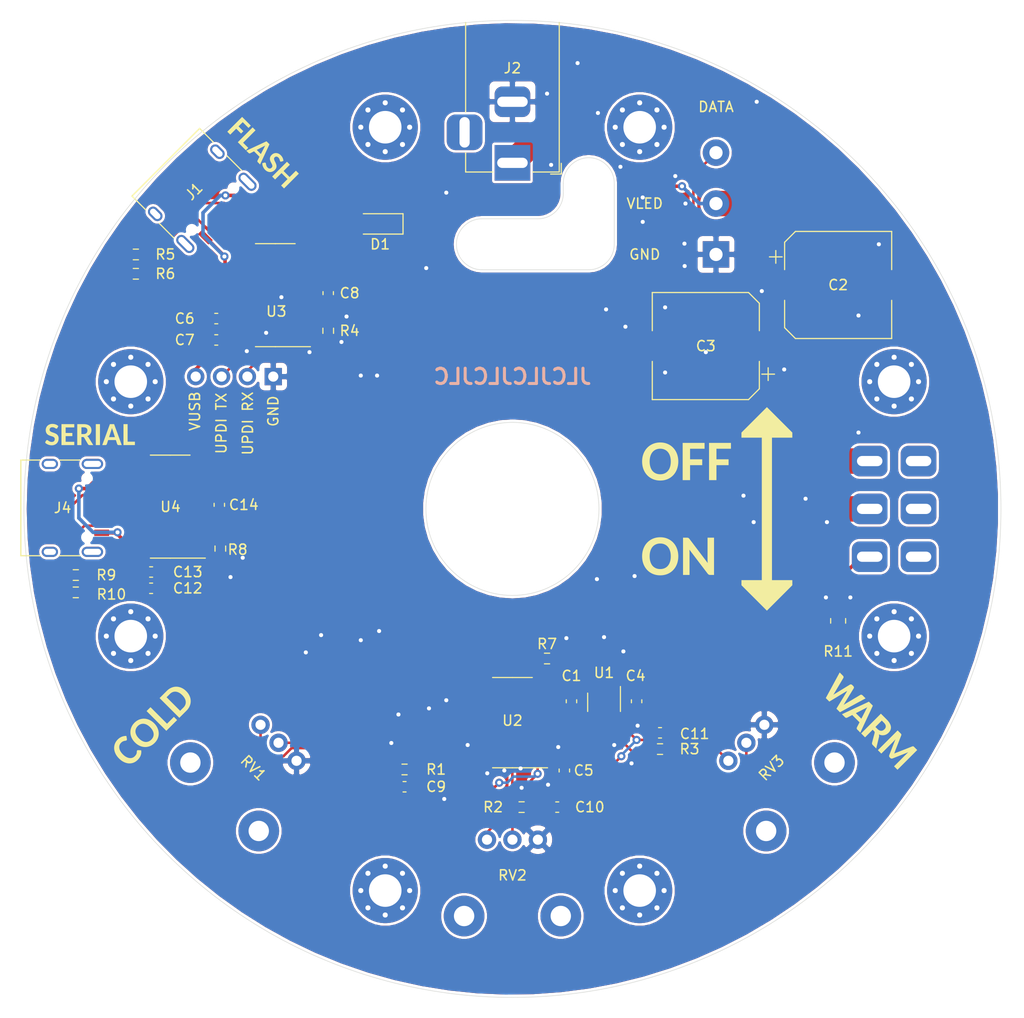
<source format=kicad_pcb>
(kicad_pcb (version 20171130) (host pcbnew 5.1.9+dfsg1-1+deb11u1)
  (layers (0 F.Cu signal) (31 B.Cu signal) (34 B.Paste user) (35 F.Paste user) (36 B.SilkS user) (37 F.SilkS user) (38 B.Mask user) (39 F.Mask user) (44 Edge.Cuts user))
  (net 0 "")
  (net 1 VIN)
  (net 2 GND)
  (net 3 3V3)
  (net 4 VUSB)
  (net 5 "Net-(C8-Pad1)")
  (net 6 "Net-(J1-PadS1)")
  (net 7 "Net-(J1-PadA6)")
  (net 8 "Net-(J1-PadB5)")
  (net 9 "Net-(J1-PadA8)")
  (net 10 "Net-(J1-PadA7)")
  (net 11 "Net-(J1-PadA5)")
  (net 12 "Net-(J1-PadB8)")
  (net 13 V_PSU)
  (net 14 "Net-(J2-Pad3)")
  (net 15 DATA_IN)
  (net 16 POT0)
  (net 17 POT1)
  (net 18 POT2)
  (net 19 UPDI_RX)
  (net 20 UPDI_TX)
  (net 21 UART0_TX)
  (net 22 UART1_RX)
  (net 23 "Net-(R8-Pad2)")
  (net 24 "Net-(SW1-Pad3)")
  (net 25 UART1_TX)
  (net 26 "Net-(U1-Pad4)")
  (net 27 "Net-(U2-Pad4)")
  (net 28 "Net-(U2-Pad5)")
  (net 29 "Net-(U2-Pad6)")
  (net 30 "Net-(U2-Pad8)")
  (net 31 "Net-(U2-Pad9)")
  (net 32 "Net-(U3-Pad7)")
  (net 33 "Net-(U3-Pad8)")
  (net 34 "Net-(U3-Pad9)")
  (net 35 "Net-(U3-Pad10)")
  (net 36 "Net-(U3-Pad11)")
  (net 37 "Net-(U3-Pad12)")
  (net 38 "Net-(U3-Pad13)")
  (net 39 "Net-(U3-Pad14)")
  (net 40 "Net-(U3-Pad15)")
  (net 41 "Net-(SW1-Pad2)")
  (net 42 "Net-(SW1-Pad1)")
  (net 43 VUSB2)
  (net 44 "Net-(C14-Pad1)")
  (net 45 "Net-(J4-PadS1)")
  (net 46 "Net-(J4-PadA6)")
  (net 47 "Net-(J4-PadB5)")
  (net 48 "Net-(J4-PadA8)")
  (net 49 "Net-(J4-PadA7)")
  (net 50 "Net-(J4-PadA5)")
  (net 51 "Net-(J4-PadB8)")
  (net 52 "Net-(U4-Pad7)")
  (net 53 "Net-(U4-Pad8)")
  (net 54 "Net-(U4-Pad9)")
  (net 55 "Net-(U4-Pad10)")
  (net 56 "Net-(U4-Pad11)")
  (net 57 "Net-(U4-Pad12)")
  (net 58 "Net-(U4-Pad13)")
  (net 59 "Net-(U4-Pad14)")
  (net 60 "Net-(U4-Pad15)")
  (net 61 "Net-(R1-Pad2)")
  (net 62 "Net-(R2-Pad2)")
  (net 63 "Net-(R3-Pad2)")
  (net 64 DRAIN)
  (module footprints:Potentiometer_Alps_RK09L_Single_Vertical_radial (layer F.Cu) (at 0 0 315)
    (fp_text reference RV3 (at 36 0 225) (layer F.SilkS))
    (fp_text value R_POT)
    (pad "" np_thru_hole circle (at 40 4.75 315) (size 4 4) (drill 2) (layers *.Cu *.Mask))
    (pad "" np_thru_hole circle (at 40 -4.75 315) (size 4 4) (drill 2) (layers *.Cu *.Mask))
    (pad 1 thru_hole circle (at 32.5 2.5 315) (size 1.8 1.8) (drill 1) (layers *.Cu *.Mask) (net 63 "Net-(R3-Pad2)"))
    (pad 2 thru_hole circle (at 32.5 0 315) (size 1.8 1.8) (drill 1) (layers *.Cu *.Mask) (net 18 POT2))
    (pad 3 thru_hole circle (at 32.5 -2.5 315) (size 1.8 1.8) (drill 1) (layers *.Cu *.Mask) (net 2 GND))
  )
  (module footprints:Potentiometer_Alps_RK09L_Single_Vertical_radial (layer F.Cu) (at 0 0 270)
    (fp_text reference RV2 (at 36 0) (layer F.SilkS))
    (fp_text value R_POT)
    (pad "" np_thru_hole circle (at 40 4.75 270) (size 4 4) (drill 2) (layers *.Cu *.Mask))
    (pad "" np_thru_hole circle (at 40 -4.75 270) (size 4 4) (drill 2) (layers *.Cu *.Mask))
    (pad 1 thru_hole circle (at 32.5 2.5 270) (size 1.8 1.8) (drill 1) (layers *.Cu *.Mask) (net 62 "Net-(R2-Pad2)"))
    (pad 2 thru_hole circle (at 32.5 0 270) (size 1.8 1.8) (drill 1) (layers *.Cu *.Mask) (net 17 POT1))
    (pad 3 thru_hole circle (at 32.5 -2.5 270) (size 1.8 1.8) (drill 1) (layers *.Cu *.Mask) (net 2 GND))
  )
  (module footprints:Potentiometer_Alps_RK09L_Single_Vertical_radial (layer F.Cu) (at 0 0 225)
    (fp_text reference RV1 (at 36 0 315) (layer F.SilkS))
    (fp_text value R_POT)
    (pad "" np_thru_hole circle (at 40 4.75 225) (size 4 4) (drill 2) (layers *.Cu *.Mask))
    (pad "" np_thru_hole circle (at 40 -4.75 225) (size 4 4) (drill 2) (layers *.Cu *.Mask))
    (pad 1 thru_hole circle (at 32.5 2.5 225) (size 1.8 1.8) (drill 1) (layers *.Cu *.Mask) (net 61 "Net-(R1-Pad2)"))
    (pad 2 thru_hole circle (at 32.5 0 225) (size 1.8 1.8) (drill 1) (layers *.Cu *.Mask) (net 16 POT0))
    (pad 3 thru_hole circle (at 32.5 -2.5 225) (size 1.8 1.8) (drill 1) (layers *.Cu *.Mask) (net 2 GND))
  )
  (module TerminalBlock_Phoenix:TerminalBlock_Phoenix_PT-1,5-3-5.0-H_1x03_P5.00mm_Horizontal (layer F.Cu) (at 20 -25 90)
    (fp_text reference J3 hide)
    (fp_text value Screw_Terminal_01x03)
    (pad 3 thru_hole circle (at 10 0 90) (size 2.6 2.6) (drill 1.3) (layers *.Cu *.Mask) (net 15 DATA_IN))
    (pad 2 thru_hole circle (at 5 0 90) (size 2.6 2.6) (drill 1.3) (layers *.Cu *.Mask) (net 1 VIN))
    (pad 1 thru_hole rect (at 0 0 90) (size 2.6 2.6) (drill 1.3) (layers *.Cu *.Mask) (net 2 GND))
  )
  (module footprints:serial (layer F.Cu) (at -41.5 -7.3)
    (fp_text reference "" (at 0 0) (layer F.SilkS) (effects (font (size 1.524 1.524))))
    (fp_text value "" (at 0 0) (layer F.SilkS) (effects (font (size 1.524 1.524))))
  )
  (module footprints:flash (layer F.Cu) (at -24.5 -35 315)
    (fp_text reference "" (at 0 0 135) (layer F.SilkS) (effects (font (size 1.524 1.524))))
    (fp_text value "" (at 0 0 135) (layer F.SilkS) (effects (font (size 1.524 1.524))))
  )
  (module Connector_PinHeader_2.54mm:PinHeader_1x04_P2.54mm_Vertical (layer F.Cu) (at -23.5 -13 270)
    (fp_text reference J5 hide)
    (fp_text value Conn_01x04_Male)
    (pad 1 thru_hole rect (at 0 0 270) (size 1.7 1.7) (drill 1) (layers *.Cu *.Mask) (net 2 GND))
    (pad 2 thru_hole oval (at 0 2.54 270) (size 1.7 1.7) (drill 1) (layers *.Cu *.Mask) (net 19 UPDI_RX))
    (pad 3 thru_hole oval (at 0 5.08 270) (size 1.7 1.7) (drill 1) (layers *.Cu *.Mask) (net 20 UPDI_TX))
    (pad 4 thru_hole oval (at 0 7.62 270) (size 1.7 1.7) (drill 1) (layers *.Cu *.Mask) (net 4 VUSB))
  )
  (module Resistor_SMD:R_0603_1608Metric_Pad0.98x0.95mm_HandSolder (layer F.Cu) (at -18.1 -17.5 90)
    (fp_text reference R4 (at 0 2.1 180) (layer F.SilkS))
    (fp_text value "4k7 Ohm")
    (pad 1 smd roundrect (at -0.9125 0 90) (size 0.975 0.95) (layers F.Cu F.Paste F.Mask) (net 19 UPDI_RX))
    (pad 2 smd roundrect (at 0.9125 0 90) (size 0.975 0.95) (layers F.Cu F.Paste F.Mask) (net 20 UPDI_TX))
  )
  (module footprints:warm (layer F.Cu) (at 0 0 45)
    (fp_text reference "" (at 0 0 45) (layer F.SilkS) (effects (font (size 1.524 1.524))))
    (fp_text value "" (at 0 0 45) (layer F.SilkS) (effects (font (size 1.524 1.524))))
  )
  (module footprints:cold (layer F.Cu) (at 0 0 315)
    (fp_text reference "" (at 0 0 135) (layer F.SilkS) (effects (font (size 1.524 1.524))))
    (fp_text value "" (at 0 0 135) (layer F.SilkS) (effects (font (size 1.524 1.524))))
  )
  (module footprints:onoff (layer F.Cu) (at 25 0)
    (fp_text reference "" (at 0 0) (layer F.SilkS) (effects (font (size 1.524 1.524))))
    (fp_text value "" (at 0 0) (layer F.SilkS) (effects (font (size 1.524 1.524))))
  )
  (module Connector_BarrelJack:BarrelJack_Horizontal (layer F.Cu) (at 0 -34 270)
    (fp_text reference J2 (at -9.3 0 180) (layer F.SilkS))
    (fp_text value Barrel_Jack_Switch)
    (pad 1 thru_hole rect (at 0 0 270) (size 3.5 3.5) (drill oval 1 3) (layers *.Cu *.Mask) (net 13 V_PSU))
    (pad 2 thru_hole roundrect (at -6 0 270) (size 3 3.5) (drill oval 1 3) (layers *.Cu *.Mask) (net 2 GND))
    (pad 3 thru_hole roundrect (at -3 4.7 270) (size 3.5 3.5) (drill oval 3 1) (layers *.Cu *.Mask) (net 14 "Net-(J2-Pad3)"))
  )
  (module footprints:MountingHole_3.2mm_M3_Pad_Via_nosilk (layer F.Cu) (at 37.5 12.5)
    (fp_text reference REF** hide)
    (fp_text value MountingHole_3.2mm_M3_Pad_Via)
    (pad 1 thru_hole circle (at 1.697056 -1.697056) (size 0.8 0.8) (drill 0.5) (layers *.Cu *.Mask))
    (pad 1 thru_hole circle (at 0 -2.4) (size 0.8 0.8) (drill 0.5) (layers *.Cu *.Mask))
    (pad 1 thru_hole circle (at -1.697056 -1.697056) (size 0.8 0.8) (drill 0.5) (layers *.Cu *.Mask))
    (pad 1 thru_hole circle (at -2.4 0) (size 0.8 0.8) (drill 0.5) (layers *.Cu *.Mask))
    (pad 1 thru_hole circle (at -1.697056 1.697056) (size 0.8 0.8) (drill 0.5) (layers *.Cu *.Mask))
    (pad 1 thru_hole circle (at 0 2.4) (size 0.8 0.8) (drill 0.5) (layers *.Cu *.Mask))
    (pad 1 thru_hole circle (at 1.697056 1.697056) (size 0.8 0.8) (drill 0.5) (layers *.Cu *.Mask))
    (pad 1 thru_hole circle (at 2.4 0) (size 0.8 0.8) (drill 0.5) (layers *.Cu *.Mask))
    (pad 1 thru_hole circle (at 0 0) (size 6.4 6.4) (drill 3.2) (layers *.Cu *.Mask))
  )
  (module footprints:MountingHole_3.2mm_M3_Pad_Via_nosilk (layer F.Cu) (at -12.5 37.5)
    (fp_text reference REF** hide)
    (fp_text value MountingHole_3.2mm_M3_Pad_Via)
    (pad 1 thru_hole circle (at 1.697056 -1.697056) (size 0.8 0.8) (drill 0.5) (layers *.Cu *.Mask))
    (pad 1 thru_hole circle (at 0 -2.4) (size 0.8 0.8) (drill 0.5) (layers *.Cu *.Mask))
    (pad 1 thru_hole circle (at -1.697056 -1.697056) (size 0.8 0.8) (drill 0.5) (layers *.Cu *.Mask))
    (pad 1 thru_hole circle (at -2.4 0) (size 0.8 0.8) (drill 0.5) (layers *.Cu *.Mask))
    (pad 1 thru_hole circle (at -1.697056 1.697056) (size 0.8 0.8) (drill 0.5) (layers *.Cu *.Mask))
    (pad 1 thru_hole circle (at 0 2.4) (size 0.8 0.8) (drill 0.5) (layers *.Cu *.Mask))
    (pad 1 thru_hole circle (at 1.697056 1.697056) (size 0.8 0.8) (drill 0.5) (layers *.Cu *.Mask))
    (pad 1 thru_hole circle (at 2.4 0) (size 0.8 0.8) (drill 0.5) (layers *.Cu *.Mask))
    (pad 1 thru_hole circle (at 0 0) (size 6.4 6.4) (drill 3.2) (layers *.Cu *.Mask))
  )
  (module footprints:MountingHole_3.2mm_M3_Pad_Via_nosilk (layer F.Cu) (at -12.5 -37.5)
    (fp_text reference REF** hide)
    (fp_text value MountingHole_3.2mm_M3_Pad_Via)
    (pad 1 thru_hole circle (at 1.697056 -1.697056) (size 0.8 0.8) (drill 0.5) (layers *.Cu *.Mask))
    (pad 1 thru_hole circle (at 0 -2.4) (size 0.8 0.8) (drill 0.5) (layers *.Cu *.Mask))
    (pad 1 thru_hole circle (at -1.697056 -1.697056) (size 0.8 0.8) (drill 0.5) (layers *.Cu *.Mask))
    (pad 1 thru_hole circle (at -2.4 0) (size 0.8 0.8) (drill 0.5) (layers *.Cu *.Mask))
    (pad 1 thru_hole circle (at -1.697056 1.697056) (size 0.8 0.8) (drill 0.5) (layers *.Cu *.Mask))
    (pad 1 thru_hole circle (at 0 2.4) (size 0.8 0.8) (drill 0.5) (layers *.Cu *.Mask))
    (pad 1 thru_hole circle (at 1.697056 1.697056) (size 0.8 0.8) (drill 0.5) (layers *.Cu *.Mask))
    (pad 1 thru_hole circle (at 2.4 0) (size 0.8 0.8) (drill 0.5) (layers *.Cu *.Mask))
    (pad 1 thru_hole circle (at 0 0) (size 6.4 6.4) (drill 3.2) (layers *.Cu *.Mask))
  )
  (module footprints:MountingHole_3.2mm_M3_Pad_Via_nosilk (layer F.Cu) (at 12.5 -37.5)
    (fp_text reference REF** hide)
    (fp_text value MountingHole_3.2mm_M3_Pad_Via)
    (pad 1 thru_hole circle (at 1.697056 -1.697056) (size 0.8 0.8) (drill 0.5) (layers *.Cu *.Mask))
    (pad 1 thru_hole circle (at 0 -2.4) (size 0.8 0.8) (drill 0.5) (layers *.Cu *.Mask))
    (pad 1 thru_hole circle (at -1.697056 -1.697056) (size 0.8 0.8) (drill 0.5) (layers *.Cu *.Mask))
    (pad 1 thru_hole circle (at -2.4 0) (size 0.8 0.8) (drill 0.5) (layers *.Cu *.Mask))
    (pad 1 thru_hole circle (at -1.697056 1.697056) (size 0.8 0.8) (drill 0.5) (layers *.Cu *.Mask))
    (pad 1 thru_hole circle (at 0 2.4) (size 0.8 0.8) (drill 0.5) (layers *.Cu *.Mask))
    (pad 1 thru_hole circle (at 1.697056 1.697056) (size 0.8 0.8) (drill 0.5) (layers *.Cu *.Mask))
    (pad 1 thru_hole circle (at 2.4 0) (size 0.8 0.8) (drill 0.5) (layers *.Cu *.Mask))
    (pad 1 thru_hole circle (at 0 0) (size 6.4 6.4) (drill 3.2) (layers *.Cu *.Mask))
  )
  (module footprints:MountingHole_3.2mm_M3_Pad_Via_nosilk (layer F.Cu) (at 12.5 37.5)
    (fp_text reference REF** hide)
    (fp_text value MountingHole_3.2mm_M3_Pad_Via)
    (pad 1 thru_hole circle (at 1.697056 -1.697056) (size 0.8 0.8) (drill 0.5) (layers *.Cu *.Mask))
    (pad 1 thru_hole circle (at 0 -2.4) (size 0.8 0.8) (drill 0.5) (layers *.Cu *.Mask))
    (pad 1 thru_hole circle (at -1.697056 -1.697056) (size 0.8 0.8) (drill 0.5) (layers *.Cu *.Mask))
    (pad 1 thru_hole circle (at -2.4 0) (size 0.8 0.8) (drill 0.5) (layers *.Cu *.Mask))
    (pad 1 thru_hole circle (at -1.697056 1.697056) (size 0.8 0.8) (drill 0.5) (layers *.Cu *.Mask))
    (pad 1 thru_hole circle (at 0 2.4) (size 0.8 0.8) (drill 0.5) (layers *.Cu *.Mask))
    (pad 1 thru_hole circle (at 1.697056 1.697056) (size 0.8 0.8) (drill 0.5) (layers *.Cu *.Mask))
    (pad 1 thru_hole circle (at 2.4 0) (size 0.8 0.8) (drill 0.5) (layers *.Cu *.Mask))
    (pad 1 thru_hole circle (at 0 0) (size 6.4 6.4) (drill 3.2) (layers *.Cu *.Mask))
  )
  (module footprints:MountingHole_3.2mm_M3_Pad_Via_nosilk (layer F.Cu) (at -37.5 12.5)
    (fp_text reference REF** hide)
    (fp_text value MountingHole_3.2mm_M3_Pad_Via)
    (pad 1 thru_hole circle (at 1.697056 -1.697056) (size 0.8 0.8) (drill 0.5) (layers *.Cu *.Mask))
    (pad 1 thru_hole circle (at 0 -2.4) (size 0.8 0.8) (drill 0.5) (layers *.Cu *.Mask))
    (pad 1 thru_hole circle (at -1.697056 -1.697056) (size 0.8 0.8) (drill 0.5) (layers *.Cu *.Mask))
    (pad 1 thru_hole circle (at -2.4 0) (size 0.8 0.8) (drill 0.5) (layers *.Cu *.Mask))
    (pad 1 thru_hole circle (at -1.697056 1.697056) (size 0.8 0.8) (drill 0.5) (layers *.Cu *.Mask))
    (pad 1 thru_hole circle (at 0 2.4) (size 0.8 0.8) (drill 0.5) (layers *.Cu *.Mask))
    (pad 1 thru_hole circle (at 1.697056 1.697056) (size 0.8 0.8) (drill 0.5) (layers *.Cu *.Mask))
    (pad 1 thru_hole circle (at 2.4 0) (size 0.8 0.8) (drill 0.5) (layers *.Cu *.Mask))
    (pad 1 thru_hole circle (at 0 0) (size 6.4 6.4) (drill 3.2) (layers *.Cu *.Mask))
  )
  (module footprints:MountingHole_3.2mm_M3_Pad_Via_nosilk (layer F.Cu) (at 37.5 -12.5)
    (fp_text reference REF** hide)
    (fp_text value MountingHole_3.2mm_M3_Pad_Via)
    (pad 1 thru_hole circle (at 1.697056 -1.697056) (size 0.8 0.8) (drill 0.5) (layers *.Cu *.Mask))
    (pad 1 thru_hole circle (at 0 -2.4) (size 0.8 0.8) (drill 0.5) (layers *.Cu *.Mask))
    (pad 1 thru_hole circle (at -1.697056 -1.697056) (size 0.8 0.8) (drill 0.5) (layers *.Cu *.Mask))
    (pad 1 thru_hole circle (at -2.4 0) (size 0.8 0.8) (drill 0.5) (layers *.Cu *.Mask))
    (pad 1 thru_hole circle (at -1.697056 1.697056) (size 0.8 0.8) (drill 0.5) (layers *.Cu *.Mask))
    (pad 1 thru_hole circle (at 0 2.4) (size 0.8 0.8) (drill 0.5) (layers *.Cu *.Mask))
    (pad 1 thru_hole circle (at 1.697056 1.697056) (size 0.8 0.8) (drill 0.5) (layers *.Cu *.Mask))
    (pad 1 thru_hole circle (at 2.4 0) (size 0.8 0.8) (drill 0.5) (layers *.Cu *.Mask))
    (pad 1 thru_hole circle (at 0 0) (size 6.4 6.4) (drill 3.2) (layers *.Cu *.Mask))
  )
  (module footprints:MountingHole_3.2mm_M3_Pad_Via_nosilk (layer F.Cu) (at -37.5 -12.5)
    (fp_text reference REF** hide)
    (fp_text value MountingHole_3.2mm_M3_Pad_Via)
    (pad 1 thru_hole circle (at 1.697056 -1.697056) (size 0.8 0.8) (drill 0.5) (layers *.Cu *.Mask))
    (pad 1 thru_hole circle (at 0 -2.4) (size 0.8 0.8) (drill 0.5) (layers *.Cu *.Mask))
    (pad 1 thru_hole circle (at -1.697056 -1.697056) (size 0.8 0.8) (drill 0.5) (layers *.Cu *.Mask))
    (pad 1 thru_hole circle (at -2.4 0) (size 0.8 0.8) (drill 0.5) (layers *.Cu *.Mask))
    (pad 1 thru_hole circle (at -1.697056 1.697056) (size 0.8 0.8) (drill 0.5) (layers *.Cu *.Mask))
    (pad 1 thru_hole circle (at 0 2.4) (size 0.8 0.8) (drill 0.5) (layers *.Cu *.Mask))
    (pad 1 thru_hole circle (at 1.697056 1.697056) (size 0.8 0.8) (drill 0.5) (layers *.Cu *.Mask))
    (pad 1 thru_hole circle (at 2.4 0) (size 0.8 0.8) (drill 0.5) (layers *.Cu *.Mask))
    (pad 1 thru_hole circle (at 0 0) (size 6.4 6.4) (drill 3.2) (layers *.Cu *.Mask))
  )
  (module Capacitor_SMD:C_0603_1608Metric_Pad1.08x0.95mm_HandSolder (layer F.Cu) (at 12.2 18.9 90)
    (fp_text reference C4 (at 2.5 -0.1 180) (layer F.SilkS))
    (fp_text value 2.2uF)
    (pad 2 smd roundrect (at 0.8625 0 90) (size 1.075 0.95) (layers F.Cu F.Paste F.Mask) (net 2 GND))
    (pad 1 smd roundrect (at -0.8625 0 90) (size 1.075 0.95) (layers F.Cu F.Paste F.Mask) (net 3 3V3))
  )
  (module Capacitor_SMD:C_0603_1608Metric_Pad1.08x0.95mm_HandSolder (layer F.Cu) (at 5.1 25.7 270)
    (fp_text reference C5 (at 0 -1.9 180) (layer F.SilkS))
    (fp_text value 100nF)
    (pad 2 smd roundrect (at 0.8625 0 270) (size 1.075 0.95) (layers F.Cu F.Paste F.Mask) (net 2 GND))
    (pad 1 smd roundrect (at -0.8625 0 270) (size 1.075 0.95) (layers F.Cu F.Paste F.Mask) (net 3 3V3))
  )
  (module Capacitor_SMD:C_0603_1608Metric_Pad1.08x0.95mm_HandSolder (layer F.Cu) (at -29.1 -18.7 180)
    (fp_text reference C6 (at 3.1 0) (layer F.SilkS))
    (fp_text value 1uF)
    (pad 1 smd roundrect (at -0.8625 0 180) (size 1.075 0.95) (layers F.Cu F.Paste F.Mask) (net 4 VUSB))
    (pad 2 smd roundrect (at 0.8625 0 180) (size 1.075 0.95) (layers F.Cu F.Paste F.Mask) (net 2 GND))
  )
  (module Capacitor_SMD:C_0603_1608Metric_Pad1.08x0.95mm_HandSolder (layer F.Cu) (at -29.1 -16.6 180)
    (fp_text reference C7 (at 3.1 0) (layer F.SilkS))
    (fp_text value 100nF)
    (pad 2 smd roundrect (at 0.8625 0 180) (size 1.075 0.95) (layers F.Cu F.Paste F.Mask) (net 2 GND))
    (pad 1 smd roundrect (at -0.8625 0 180) (size 1.075 0.95) (layers F.Cu F.Paste F.Mask) (net 4 VUSB))
  )
  (module Capacitor_SMD:C_0603_1608Metric_Pad1.08x0.95mm_HandSolder (layer F.Cu) (at -18.1 -21.2 90)
    (fp_text reference C8 (at 0 2.1 180) (layer F.SilkS))
    (fp_text value 100nF)
    (pad 1 smd roundrect (at -0.8625 0 90) (size 1.075 0.95) (layers F.Cu F.Paste F.Mask) (net 5 "Net-(C8-Pad1)"))
    (pad 2 smd roundrect (at 0.8625 0 90) (size 1.075 0.95) (layers F.Cu F.Paste F.Mask) (net 2 GND))
  )
  (module Capacitor_SMD:C_0603_1608Metric_Pad1.08x0.95mm_HandSolder (layer F.Cu) (at -10.6 27.3 180)
    (fp_text reference C9 (at -3.1 0) (layer F.SilkS))
    (fp_text value 100nF)
    (pad 1 smd roundrect (at -0.8625 0 180) (size 1.075 0.95) (layers F.Cu F.Paste F.Mask) (net 3 3V3))
    (pad 2 smd roundrect (at 0.8625 0 180) (size 1.075 0.95) (layers F.Cu F.Paste F.Mask) (net 2 GND))
  )
  (module Capacitor_SMD:C_0603_1608Metric_Pad1.08x0.95mm_HandSolder (layer F.Cu) (at 4.4 29.3)
    (fp_text reference C10 (at 3.2 0) (layer F.SilkS))
    (fp_text value 100nF)
    (pad 2 smd roundrect (at 0.8625 0) (size 1.075 0.95) (layers F.Cu F.Paste F.Mask) (net 2 GND))
    (pad 1 smd roundrect (at -0.8625 0) (size 1.075 0.95) (layers F.Cu F.Paste F.Mask) (net 3 3V3))
  )
  (module Capacitor_SMD:C_0603_1608Metric_Pad1.08x0.95mm_HandSolder (layer F.Cu) (at 14.5 22)
    (fp_text reference C11 (at 3.4 0.1) (layer F.SilkS))
    (fp_text value 100nF)
    (pad 1 smd roundrect (at -0.8625 0) (size 1.075 0.95) (layers F.Cu F.Paste F.Mask) (net 3 3V3))
    (pad 2 smd roundrect (at 0.8625 0) (size 1.075 0.95) (layers F.Cu F.Paste F.Mask) (net 2 GND))
  )
  (module Diode_SMD:D_SOD-123 (layer F.Cu) (at -13 -28 180)
    (fp_text reference D1 (at 0 -2) (layer F.SilkS))
    (fp_text value D_Schottky)
    (pad 1 smd rect (at -1.65 0 180) (size 0.9 1.2) (layers F.Cu F.Paste F.Mask) (net 1 VIN))
    (pad 2 smd rect (at 1.65 0 180) (size 0.9 1.2) (layers F.Cu F.Paste F.Mask) (net 4 VUSB))
  )
  (module footprints:USB_C_Receptacle_HRO_TYPE-C-31-M-12 (layer F.Cu) (at -31.3 -31.3 225)
    (fp_text reference J1 (at 0.070711 -0.070711 45) (layer F.SilkS))
    (fp_text value USB_C_Receptacle_USB2.0)
    (pad S1 thru_hole oval (at 4.32 1.05 225) (size 1 1.6) (drill oval 0.6 1.2) (layers *.Cu *.Mask) (net 6 "Net-(J1-PadS1)"))
    (pad "" np_thru_hole circle (at 2.89 -2.6 225) (size 0.65 0.65) (drill 0.65) (layers *.Cu *.Mask))
    (pad S1 thru_hole oval (at -4.32 1.05 225) (size 1 1.6) (drill oval 0.6 1.2) (layers *.Cu *.Mask) (net 6 "Net-(J1-PadS1)"))
    (pad "" np_thru_hole circle (at -2.89 -2.6 225) (size 0.65 0.65) (drill 0.65) (layers *.Cu *.Mask))
    (pad S1 thru_hole oval (at -4.32 -3.13 225) (size 1 2.1) (drill oval 0.6 1.7) (layers *.Cu *.Mask) (net 6 "Net-(J1-PadS1)"))
    (pad S1 thru_hole oval (at 4.32 -3.13 225) (size 1 2.1) (drill oval 0.6 1.7) (layers *.Cu *.Mask) (net 6 "Net-(J1-PadS1)"))
    (pad A6 smd rect (at -0.25 -4.045 225) (size 0.3 1.45) (layers F.Cu F.Paste F.Mask) (net 7 "Net-(J1-PadA6)"))
    (pad B5 smd rect (at 1.75 -4.045 225) (size 0.3 1.45) (layers F.Cu F.Paste F.Mask) (net 8 "Net-(J1-PadB5)"))
    (pad A8 smd rect (at 1.25 -4.045 225) (size 0.3 1.45) (layers F.Cu F.Paste F.Mask) (net 9 "Net-(J1-PadA8)"))
    (pad B6 smd rect (at 0.75 -4.045 225) (size 0.3 1.45) (layers F.Cu F.Paste F.Mask) (net 7 "Net-(J1-PadA6)"))
    (pad A7 smd rect (at 0.25 -4.045 225) (size 0.3 1.45) (layers F.Cu F.Paste F.Mask) (net 10 "Net-(J1-PadA7)"))
    (pad B7 smd rect (at -0.75 -4.045 225) (size 0.3 1.45) (layers F.Cu F.Paste F.Mask) (net 10 "Net-(J1-PadA7)"))
    (pad A5 smd rect (at -1.25 -4.045 225) (size 0.3 1.45) (layers F.Cu F.Paste F.Mask) (net 11 "Net-(J1-PadA5)"))
    (pad B8 smd rect (at -1.75 -4.045 225) (size 0.3 1.45) (layers F.Cu F.Paste F.Mask) (net 12 "Net-(J1-PadB8)"))
    (pad A12 smd rect (at 3.25 -4.045 225) (size 0.6 1.45) (layers F.Cu F.Paste F.Mask) (net 2 GND))
    (pad B4 smd rect (at 2.45 -4.045 225) (size 0.6 1.45) (layers F.Cu F.Paste F.Mask) (net 4 VUSB))
    (pad A4 smd rect (at -2.45 -4.045 225) (size 0.6 1.45) (layers F.Cu F.Paste F.Mask) (net 4 VUSB))
    (pad A1 smd rect (at -3.25 -4.045 225) (size 0.6 1.45) (layers F.Cu F.Paste F.Mask) (net 2 GND))
    (pad B12 smd rect (at -3.25 -4.045 225) (size 0.6 1.45) (layers F.Cu F.Paste F.Mask) (net 2 GND))
    (pad B9 smd rect (at -2.45 -4.045 225) (size 0.6 1.45) (layers F.Cu F.Paste F.Mask) (net 4 VUSB))
    (pad A9 smd rect (at 2.45 -4.045 225) (size 0.6 1.45) (layers F.Cu F.Paste F.Mask) (net 4 VUSB))
    (pad B1 smd rect (at 3.25 -4.045 225) (size 0.6 1.45) (layers F.Cu F.Paste F.Mask) (net 2 GND))
  )
  (module Resistor_SMD:R_0603_1608Metric_Pad0.98x0.95mm_HandSolder (layer F.Cu) (at -10.6 25.6 180)
    (fp_text reference R1 (at -3.1 0) (layer F.SilkS))
    (fp_text value "22K Ohm")
    (pad 2 smd roundrect (at 0.9125 0 180) (size 0.975 0.95) (layers F.Cu F.Paste F.Mask) (net 61 "Net-(R1-Pad2)"))
    (pad 1 smd roundrect (at -0.9125 0 180) (size 0.975 0.95) (layers F.Cu F.Paste F.Mask) (net 3 3V3))
  )
  (module Resistor_SMD:R_0603_1608Metric_Pad0.98x0.95mm_HandSolder (layer F.Cu) (at 0.9 29.3 180)
    (fp_text reference R2 (at 2.8 0) (layer F.SilkS))
    (fp_text value "22K Ohm")
    (pad 1 smd roundrect (at -0.9125 0 180) (size 0.975 0.95) (layers F.Cu F.Paste F.Mask) (net 3 3V3))
    (pad 2 smd roundrect (at 0.9125 0 180) (size 0.975 0.95) (layers F.Cu F.Paste F.Mask) (net 62 "Net-(R2-Pad2)"))
  )
  (module Resistor_SMD:R_0603_1608Metric_Pad0.98x0.95mm_HandSolder (layer F.Cu) (at 14.5 23.6)
    (fp_text reference R3 (at 2.9 0) (layer F.SilkS))
    (fp_text value "22K Ohm")
    (pad 2 smd roundrect (at 0.9125 0) (size 0.975 0.95) (layers F.Cu F.Paste F.Mask) (net 63 "Net-(R3-Pad2)"))
    (pad 1 smd roundrect (at -0.9125 0) (size 0.975 0.95) (layers F.Cu F.Paste F.Mask) (net 3 3V3))
  )
  (module Resistor_SMD:R_0603_1608Metric_Pad0.98x0.95mm_HandSolder (layer F.Cu) (at -37 -25)
    (fp_text reference R5 (at 2.9 0) (layer F.SilkS))
    (fp_text value "5k1 Ohm")
    (pad 2 smd roundrect (at 0.9125 0) (size 0.975 0.95) (layers F.Cu F.Paste F.Mask) (net 11 "Net-(J1-PadA5)"))
    (pad 1 smd roundrect (at -0.9125 0) (size 0.975 0.95) (layers F.Cu F.Paste F.Mask) (net 2 GND))
  )
  (module Resistor_SMD:R_0603_1608Metric_Pad0.98x0.95mm_HandSolder (layer F.Cu) (at -37 -23.1)
    (fp_text reference R6 (at 2.9 0) (layer F.SilkS))
    (fp_text value "5k1 Ohm")
    (pad 1 smd roundrect (at -0.9125 0) (size 0.975 0.95) (layers F.Cu F.Paste F.Mask) (net 2 GND))
    (pad 2 smd roundrect (at 0.9125 0) (size 0.975 0.95) (layers F.Cu F.Paste F.Mask) (net 8 "Net-(J1-PadB5)"))
  )
  (module Resistor_SMD:R_0603_1608Metric_Pad0.98x0.95mm_HandSolder (layer F.Cu) (at 3.4 14.7)
    (fp_text reference R7 (at 0 -1.43) (layer F.SilkS))
    (fp_text value "68 Ohm")
    (pad 2 smd roundrect (at 0.9125 0) (size 0.975 0.95) (layers F.Cu F.Paste F.Mask) (net 15 DATA_IN))
    (pad 1 smd roundrect (at -0.9125 0) (size 0.975 0.95) (layers F.Cu F.Paste F.Mask) (net 21 UART0_TX))
  )
  (module Resistor_SMD:R_0603_1608Metric_Pad0.98x0.95mm_HandSolder (layer F.Cu) (at -28.7 3.9 270)
    (fp_text reference R8 (at 0.1 -1.7 180) (layer F.SilkS))
    (fp_text value "1k Ohm")
    (pad 1 smd roundrect (at -0.9125 0 270) (size 0.975 0.95) (layers F.Cu F.Paste F.Mask) (net 22 UART1_RX))
    (pad 2 smd roundrect (at 0.9125 0 270) (size 0.975 0.95) (layers F.Cu F.Paste F.Mask) (net 23 "Net-(R8-Pad2)"))
  )
  (module Package_TO_SOT_SMD:SOT-23-5 (layer F.Cu) (at 9 19 270)
    (fp_text reference U1 (at -2.9 0 180) (layer F.SilkS))
    (fp_text value AP2204K-3.3)
    (pad 1 smd rect (at -1.1 -0.95 270) (size 1.06 0.65) (layers F.Cu F.Paste F.Mask) (net 1 VIN))
    (pad 2 smd rect (at -1.1 0 270) (size 1.06 0.65) (layers F.Cu F.Paste F.Mask) (net 2 GND))
    (pad 3 smd rect (at -1.1 0.95 270) (size 1.06 0.65) (layers F.Cu F.Paste F.Mask) (net 1 VIN))
    (pad 4 smd rect (at 1.1 0.95 270) (size 1.06 0.65) (layers F.Cu F.Paste F.Mask) (net 26 "Net-(U1-Pad4)"))
    (pad 5 smd rect (at 1.1 -0.95 270) (size 1.06 0.65) (layers F.Cu F.Paste F.Mask) (net 3 3V3))
  )
  (module Package_SO:SOIC-14_3.9x8.7mm_P1.27mm (layer F.Cu) (at 0 21 180)
    (fp_text reference U2 (at 0 0.2) (layer F.SilkS))
    (fp_text value ATtiny1624)
    (pad 1 smd roundrect (at -2.475 -3.81 180) (size 1.95 0.6) (layers F.Cu F.Paste F.Mask) (net 3 3V3))
    (pad 2 smd roundrect (at -2.475 -2.54 180) (size 1.95 0.6) (layers F.Cu F.Paste F.Mask) (net 17 POT1))
    (pad 3 smd roundrect (at -2.475 -1.27 180) (size 1.95 0.6) (layers F.Cu F.Paste F.Mask) (net 18 POT2))
    (pad 4 smd roundrect (at -2.475 0 180) (size 1.95 0.6) (layers F.Cu F.Paste F.Mask) (net 27 "Net-(U2-Pad4)"))
    (pad 5 smd roundrect (at -2.475 1.27 180) (size 1.95 0.6) (layers F.Cu F.Paste F.Mask) (net 28 "Net-(U2-Pad5)"))
    (pad 6 smd roundrect (at -2.475 2.54 180) (size 1.95 0.6) (layers F.Cu F.Paste F.Mask) (net 29 "Net-(U2-Pad6)"))
    (pad 7 smd roundrect (at -2.475 3.81 180) (size 1.95 0.6) (layers F.Cu F.Paste F.Mask) (net 21 UART0_TX))
    (pad 8 smd roundrect (at 2.475 3.81 180) (size 1.95 0.6) (layers F.Cu F.Paste F.Mask) (net 30 "Net-(U2-Pad8)"))
    (pad 9 smd roundrect (at 2.475 2.54 180) (size 1.95 0.6) (layers F.Cu F.Paste F.Mask) (net 31 "Net-(U2-Pad9)"))
    (pad 10 smd roundrect (at 2.475 1.27 180) (size 1.95 0.6) (layers F.Cu F.Paste F.Mask) (net 20 UPDI_TX))
    (pad 11 smd roundrect (at 2.475 0 180) (size 1.95 0.6) (layers F.Cu F.Paste F.Mask) (net 25 UART1_TX))
    (pad 12 smd roundrect (at 2.475 -1.27 180) (size 1.95 0.6) (layers F.Cu F.Paste F.Mask) (net 23 "Net-(R8-Pad2)"))
    (pad 13 smd roundrect (at 2.475 -2.54 180) (size 1.95 0.6) (layers F.Cu F.Paste F.Mask) (net 16 POT0))
    (pad 14 smd roundrect (at 2.475 -3.81 180) (size 1.95 0.6) (layers F.Cu F.Paste F.Mask) (net 2 GND))
  )
  (module Package_SO:SOIC-16_3.9x9.9mm_P1.27mm (layer F.Cu) (at -23.3 -21 180)
    (fp_text reference U3 (at -0.1 -1.6) (layer F.SilkS))
    (fp_text value CH340B)
    (pad 1 smd roundrect (at -2.475 -4.445 180) (size 1.95 0.6) (layers F.Cu F.Paste F.Mask) (net 2 GND))
    (pad 2 smd roundrect (at -2.475 -3.175 180) (size 1.95 0.6) (layers F.Cu F.Paste F.Mask) (net 19 UPDI_RX))
    (pad 3 smd roundrect (at -2.475 -1.905 180) (size 1.95 0.6) (layers F.Cu F.Paste F.Mask) (net 20 UPDI_TX))
    (pad 4 smd roundrect (at -2.475 -0.635 180) (size 1.95 0.6) (layers F.Cu F.Paste F.Mask) (net 5 "Net-(C8-Pad1)"))
    (pad 5 smd roundrect (at -2.475 0.635 180) (size 1.95 0.6) (layers F.Cu F.Paste F.Mask) (net 7 "Net-(J1-PadA6)"))
    (pad 6 smd roundrect (at -2.475 1.905 180) (size 1.95 0.6) (layers F.Cu F.Paste F.Mask) (net 10 "Net-(J1-PadA7)"))
    (pad 7 smd roundrect (at -2.475 3.175 180) (size 1.95 0.6) (layers F.Cu F.Paste F.Mask) (net 32 "Net-(U3-Pad7)"))
    (pad 8 smd roundrect (at -2.475 4.445 180) (size 1.95 0.6) (layers F.Cu F.Paste F.Mask) (net 33 "Net-(U3-Pad8)"))
    (pad 9 smd roundrect (at 2.475 4.445 180) (size 1.95 0.6) (layers F.Cu F.Paste F.Mask) (net 34 "Net-(U3-Pad9)"))
    (pad 10 smd roundrect (at 2.475 3.175 180) (size 1.95 0.6) (layers F.Cu F.Paste F.Mask) (net 35 "Net-(U3-Pad10)"))
    (pad 11 smd roundrect (at 2.475 1.905 180) (size 1.95 0.6) (layers F.Cu F.Paste F.Mask) (net 36 "Net-(U3-Pad11)"))
    (pad 12 smd roundrect (at 2.475 0.635 180) (size 1.95 0.6) (layers F.Cu F.Paste F.Mask) (net 37 "Net-(U3-Pad12)"))
    (pad 13 smd roundrect (at 2.475 -0.635 180) (size 1.95 0.6) (layers F.Cu F.Paste F.Mask) (net 38 "Net-(U3-Pad13)"))
    (pad 14 smd roundrect (at 2.475 -1.905 180) (size 1.95 0.6) (layers F.Cu F.Paste F.Mask) (net 39 "Net-(U3-Pad14)"))
    (pad 15 smd roundrect (at 2.475 -3.175 180) (size 1.95 0.6) (layers F.Cu F.Paste F.Mask) (net 40 "Net-(U3-Pad15)"))
    (pad 16 smd roundrect (at 2.475 -4.445 180) (size 1.95 0.6) (layers F.Cu F.Paste F.Mask) (net 4 VUSB))
  )
  (module footprints:MTS-20X_DPDT (layer F.Cu) (at 37.5 0 270)
    (fp_text reference SW1 hide)
    (fp_text value SW_DPDT_x2)
    (pad 3 thru_hole roundrect (at 4.7 -2.4 270) (size 3 3.5) (drill oval 1 2.5) (layers *.Cu *.Mask) (net 24 "Net-(SW1-Pad3)"))
    (pad 2 thru_hole roundrect (at 0 -2.4 270) (size 3 3.5) (drill oval 1 2.5) (layers *.Cu *.Mask) (net 41 "Net-(SW1-Pad2)"))
    (pad 1 thru_hole roundrect (at -4.7 -2.4 270) (size 3 3.5) (drill oval 1 2.5) (layers *.Cu *.Mask) (net 42 "Net-(SW1-Pad1)"))
    (pad 6 thru_hole roundrect (at 4.7 2.4 270) (size 3 3.5) (drill oval 1 2.5) (layers *.Cu *.Mask) (net 64 DRAIN))
    (pad 5 thru_hole roundrect (at 0 2.4 270) (size 3 3.5) (drill oval 1 2.5) (layers *.Cu *.Mask) (net 1 VIN))
    (pad 4 thru_hole roundrect (at -4.7 2.4 270) (size 3 3.5) (drill oval 1 2.5) (layers *.Cu *.Mask) (net 13 V_PSU))
  )
  (module Capacitor_SMD:C_0603_1608Metric_Pad1.08x0.95mm_HandSolder (layer F.Cu) (at 5.8 18.9 270)
    (fp_text reference C1 (at -2.5 0 180) (layer F.SilkS))
    (fp_text value 1uF)
    (pad 1 smd roundrect (at -0.8625 0 270) (size 1.075 0.95) (layers F.Cu F.Paste F.Mask) (net 1 VIN))
    (pad 2 smd roundrect (at 0.8625 0 270) (size 1.075 0.95) (layers F.Cu F.Paste F.Mask) (net 2 GND))
  )
  (module Capacitor_SMD:CP_Elec_10x10 (layer F.Cu) (at 32 -22)
    (fp_text reference C2 (at 0 0) (layer F.SilkS))
    (fp_text value 100uF)
    (pad 1 smd roundrect (at -4 0) (size 4 2.5) (layers F.Cu F.Paste F.Mask) (roundrect_rratio 0.1) (net 1 VIN))
    (pad 2 smd roundrect (at 4 0) (size 4 2.5) (layers F.Cu F.Paste F.Mask) (roundrect_rratio 0.1) (net 2 GND))
  )
  (module Capacitor_SMD:CP_Elec_10x10 (layer F.Cu) (at 19 -16 180)
    (fp_text reference C3 (at 0 0) (layer F.SilkS))
    (fp_text value 100uF)
    (pad 1 smd roundrect (at -4 0 180) (size 4 2.5) (layers F.Cu F.Paste F.Mask) (roundrect_rratio 0.1) (net 1 VIN))
    (pad 2 smd roundrect (at 4 0 180) (size 4 2.5) (layers F.Cu F.Paste F.Mask) (roundrect_rratio 0.1) (net 2 GND))
  )
  (module Capacitor_SMD:C_0603_1608Metric_Pad1.08x0.95mm_HandSolder (layer F.Cu) (at -35.5 7.8)
    (fp_text reference C12 (at 3.6 0) (layer F.SilkS))
    (fp_text value 1uF)
    (pad 1 smd roundrect (at -0.8625 0) (size 1.075 0.95) (layers F.Cu F.Paste F.Mask) (net 43 VUSB2))
    (pad 2 smd roundrect (at 0.8625 0) (size 1.075 0.95) (layers F.Cu F.Paste F.Mask) (net 2 GND))
  )
  (module Capacitor_SMD:C_0603_1608Metric_Pad1.08x0.95mm_HandSolder (layer F.Cu) (at -35.5 6.2)
    (fp_text reference C13 (at 3.6 0) (layer F.SilkS))
    (fp_text value 100nF)
    (pad 2 smd roundrect (at 0.8625 0) (size 1.075 0.95) (layers F.Cu F.Paste F.Mask) (net 2 GND))
    (pad 1 smd roundrect (at -0.8625 0) (size 1.075 0.95) (layers F.Cu F.Paste F.Mask) (net 43 VUSB2))
  )
  (module Capacitor_SMD:C_0603_1608Metric_Pad1.08x0.95mm_HandSolder (layer F.Cu) (at -28.8 -0.4 90)
    (fp_text reference C14 (at 0 2.4 180) (layer F.SilkS))
    (fp_text value 100nF)
    (pad 1 smd roundrect (at -0.8625 0 90) (size 1.075 0.95) (layers F.Cu F.Paste F.Mask) (net 44 "Net-(C14-Pad1)"))
    (pad 2 smd roundrect (at 0.8625 0 90) (size 1.075 0.95) (layers F.Cu F.Paste F.Mask) (net 2 GND))
  )
  (module footprints:USB_C_Receptacle_HRO_TYPE-C-31-M-12 (layer F.Cu) (at -44.4 -0.1 270)
    (fp_text reference J4 (at 0 -0.2 180) (layer F.SilkS))
    (fp_text value USB_C_Receptacle_USB2.0)
    (pad S1 thru_hole oval (at 4.32 1.05 270) (size 1 1.6) (drill oval 0.6 1.2) (layers *.Cu *.Mask) (net 45 "Net-(J4-PadS1)"))
    (pad "" np_thru_hole circle (at 2.89 -2.6 270) (size 0.65 0.65) (drill 0.65) (layers *.Cu *.Mask))
    (pad S1 thru_hole oval (at -4.32 1.05 270) (size 1 1.6) (drill oval 0.6 1.2) (layers *.Cu *.Mask) (net 45 "Net-(J4-PadS1)"))
    (pad "" np_thru_hole circle (at -2.89 -2.6 270) (size 0.65 0.65) (drill 0.65) (layers *.Cu *.Mask))
    (pad S1 thru_hole oval (at -4.32 -3.13 270) (size 1 2.1) (drill oval 0.6 1.7) (layers *.Cu *.Mask) (net 45 "Net-(J4-PadS1)"))
    (pad S1 thru_hole oval (at 4.32 -3.13 270) (size 1 2.1) (drill oval 0.6 1.7) (layers *.Cu *.Mask) (net 45 "Net-(J4-PadS1)"))
    (pad A6 smd rect (at -0.25 -4.045 270) (size 0.3 1.45) (layers F.Cu F.Paste F.Mask) (net 46 "Net-(J4-PadA6)"))
    (pad B5 smd rect (at 1.75 -4.045 270) (size 0.3 1.45) (layers F.Cu F.Paste F.Mask) (net 47 "Net-(J4-PadB5)"))
    (pad A8 smd rect (at 1.25 -4.045 270) (size 0.3 1.45) (layers F.Cu F.Paste F.Mask) (net 48 "Net-(J4-PadA8)"))
    (pad B6 smd rect (at 0.75 -4.045 270) (size 0.3 1.45) (layers F.Cu F.Paste F.Mask) (net 46 "Net-(J4-PadA6)"))
    (pad A7 smd rect (at 0.25 -4.045 270) (size 0.3 1.45) (layers F.Cu F.Paste F.Mask) (net 49 "Net-(J4-PadA7)"))
    (pad B7 smd rect (at -0.75 -4.045 270) (size 0.3 1.45) (layers F.Cu F.Paste F.Mask) (net 49 "Net-(J4-PadA7)"))
    (pad A5 smd rect (at -1.25 -4.045 270) (size 0.3 1.45) (layers F.Cu F.Paste F.Mask) (net 50 "Net-(J4-PadA5)"))
    (pad B8 smd rect (at -1.75 -4.045 270) (size 0.3 1.45) (layers F.Cu F.Paste F.Mask) (net 51 "Net-(J4-PadB8)"))
    (pad A12 smd rect (at 3.25 -4.045 270) (size 0.6 1.45) (layers F.Cu F.Paste F.Mask) (net 2 GND))
    (pad B4 smd rect (at 2.45 -4.045 270) (size 0.6 1.45) (layers F.Cu F.Paste F.Mask) (net 43 VUSB2))
    (pad A4 smd rect (at -2.45 -4.045 270) (size 0.6 1.45) (layers F.Cu F.Paste F.Mask) (net 43 VUSB2))
    (pad A1 smd rect (at -3.25 -4.045 270) (size 0.6 1.45) (layers F.Cu F.Paste F.Mask) (net 2 GND))
    (pad B12 smd rect (at -3.25 -4.045 270) (size 0.6 1.45) (layers F.Cu F.Paste F.Mask) (net 2 GND))
    (pad B9 smd rect (at -2.45 -4.045 270) (size 0.6 1.45) (layers F.Cu F.Paste F.Mask) (net 43 VUSB2))
    (pad A9 smd rect (at 2.45 -4.045 270) (size 0.6 1.45) (layers F.Cu F.Paste F.Mask) (net 43 VUSB2))
    (pad B1 smd rect (at 3.25 -4.045 270) (size 0.6 1.45) (layers F.Cu F.Paste F.Mask) (net 2 GND))
  )
  (module Resistor_SMD:R_0603_1608Metric_Pad0.98x0.95mm_HandSolder (layer F.Cu) (at -42.9 6.5 180)
    (fp_text reference R9 (at -3 0) (layer F.SilkS))
    (fp_text value "5k1 Ohm")
    (pad 1 smd roundrect (at -0.9125 0 180) (size 0.975 0.95) (layers F.Cu F.Paste F.Mask) (net 2 GND))
    (pad 2 smd roundrect (at 0.9125 0 180) (size 0.975 0.95) (layers F.Cu F.Paste F.Mask) (net 50 "Net-(J4-PadA5)"))
  )
  (module Resistor_SMD:R_0603_1608Metric_Pad0.98x0.95mm_HandSolder (layer F.Cu) (at -42.9 8.2 180)
    (fp_text reference R10 (at -3.5 -0.2) (layer F.SilkS))
    (fp_text value "5k1 Ohm")
    (pad 2 smd roundrect (at 0.9125 0 180) (size 0.975 0.95) (layers F.Cu F.Paste F.Mask) (net 47 "Net-(J4-PadB5)"))
    (pad 1 smd roundrect (at -0.9125 0 180) (size 0.975 0.95) (layers F.Cu F.Paste F.Mask) (net 2 GND))
  )
  (module Package_SO:SOIC-16_3.9x9.9mm_P1.27mm (layer F.Cu) (at -33.625 -0.225 180)
    (fp_text reference U4 (at -0.025 -0.025) (layer F.SilkS))
    (fp_text value CH340B)
    (pad 1 smd roundrect (at -2.475 -4.445 180) (size 1.95 0.6) (layers F.Cu F.Paste F.Mask) (net 2 GND))
    (pad 2 smd roundrect (at -2.475 -3.175 180) (size 1.95 0.6) (layers F.Cu F.Paste F.Mask) (net 22 UART1_RX))
    (pad 3 smd roundrect (at -2.475 -1.905 180) (size 1.95 0.6) (layers F.Cu F.Paste F.Mask) (net 25 UART1_TX))
    (pad 4 smd roundrect (at -2.475 -0.635 180) (size 1.95 0.6) (layers F.Cu F.Paste F.Mask) (net 44 "Net-(C14-Pad1)"))
    (pad 5 smd roundrect (at -2.475 0.635 180) (size 1.95 0.6) (layers F.Cu F.Paste F.Mask) (net 46 "Net-(J4-PadA6)"))
    (pad 6 smd roundrect (at -2.475 1.905 180) (size 1.95 0.6) (layers F.Cu F.Paste F.Mask) (net 49 "Net-(J4-PadA7)"))
    (pad 7 smd roundrect (at -2.475 3.175 180) (size 1.95 0.6) (layers F.Cu F.Paste F.Mask) (net 52 "Net-(U4-Pad7)"))
    (pad 8 smd roundrect (at -2.475 4.445 180) (size 1.95 0.6) (layers F.Cu F.Paste F.Mask) (net 53 "Net-(U4-Pad8)"))
    (pad 9 smd roundrect (at 2.475 4.445 180) (size 1.95 0.6) (layers F.Cu F.Paste F.Mask) (net 54 "Net-(U4-Pad9)"))
    (pad 10 smd roundrect (at 2.475 3.175 180) (size 1.95 0.6) (layers F.Cu F.Paste F.Mask) (net 55 "Net-(U4-Pad10)"))
    (pad 11 smd roundrect (at 2.475 1.905 180) (size 1.95 0.6) (layers F.Cu F.Paste F.Mask) (net 56 "Net-(U4-Pad11)"))
    (pad 12 smd roundrect (at 2.475 0.635 180) (size 1.95 0.6) (layers F.Cu F.Paste F.Mask) (net 57 "Net-(U4-Pad12)"))
    (pad 13 smd roundrect (at 2.475 -0.635 180) (size 1.95 0.6) (layers F.Cu F.Paste F.Mask) (net 58 "Net-(U4-Pad13)"))
    (pad 14 smd roundrect (at 2.475 -1.905 180) (size 1.95 0.6) (layers F.Cu F.Paste F.Mask) (net 59 "Net-(U4-Pad14)"))
    (pad 15 smd roundrect (at 2.475 -3.175 180) (size 1.95 0.6) (layers F.Cu F.Paste F.Mask) (net 60 "Net-(U4-Pad15)"))
    (pad 16 smd roundrect (at 2.475 -4.445 180) (size 1.95 0.6) (layers F.Cu F.Paste F.Mask) (net 43 VUSB2))
  )
  (module Resistor_SMD:R_0805_2012Metric_Pad1.20x1.40mm_HandSolder (layer F.Cu) (at 32 11 270)
    (fp_text reference R11 (at 3 0 180) (layer F.SilkS))
    (fp_text value "150 Ohm")
    (pad 1 smd roundrect (at -1 0 270) (size 1.2 1.4) (layers F.Cu F.Paste F.Mask) (roundrect_rratio 0.208333) (net 64 DRAIN))
    (pad 2 smd roundrect (at 1 0 270) (size 1.2 1.4) (layers F.Cu F.Paste F.Mask) (roundrect_rratio 0.208333) (net 2 GND))
  )
  (gr_text JLCJLCJLCJLC (at 0 -13) (layer B.SilkS) (effects (font (size 1.5 1.5) (thickness 0.3)) (justify mirror)))
  (gr_line (start 5 -32) (end 5 -31) (layer Edge.Cuts) (width 0.05))
  (gr_line (start -3 -28.5) (end 2.5 -28.5) (layer Edge.Cuts) (width 0.05))
  (gr_arc (start 7.5 -26) (end 7.5 -23.5) (angle -90) (layer Edge.Cuts) (width 0.05))
  (gr_arc (start 2.5 -31) (end 2.5 -28.5) (angle -90) (layer Edge.Cuts) (width 0.05))
  (gr_text GND (at -23.5 -9.6 90) (layer F.SilkS) (effects (font (size 1 1))))
  (gr_text "UPDI RX" (at -26 -8.4 90) (layer F.SilkS) (effects (font (size 1 1))))
  (gr_text "UPDI TX" (at -28.6 -8.4 90) (layer F.SilkS) (effects (font (size 1 1))))
  (gr_text VUSB (at -31.2 -9.6 90) (layer F.SilkS) (effects (font (size 1 1))))
  (gr_text DATA (at 20 -39.5) (layer F.SilkS) (effects (font (size 1 1))))
  (gr_text GND (at 13 -25) (layer F.SilkS) (effects (font (size 1 1))))
  (gr_text VLED (at 13 -30) (layer F.SilkS) (effects (font (size 1 1))))
  (gr_line (start 7.5 -23.5) (end -3 -23.5) (layer Edge.Cuts) (width 0.05))
  (gr_line (start 10 -32) (end 10 -26) (layer Edge.Cuts) (width 0.05))
  (gr_arc (start -3 -26) (end -3 -28.5) (angle -180) (layer Edge.Cuts) (width 0.05))
  (gr_arc (start 7.5 -32) (end 10 -32) (angle -180) (layer Edge.Cuts) (width 0.05))
  (gr_circle (center 0 0) (end 8.5 0) (layer Edge.Cuts) (width 0.05))
  (gr_circle (center 0 0) (end 0 48) (layer Edge.Cuts) (width 0.05))
  (segment (start 5.9375 17.9) (end 5.8 18.0375) (width 0.35) (layer F.Cu) (net 1))
  (segment (start 8.05 17.9) (end 5.9375 17.9) (width 0.35) (layer F.Cu) (net 1))
  (segment (start 9.95 17.15) (end 9.95 17.9) (width 0.35) (layer F.Cu) (net 1))
  (segment (start 9.7 16.9) (end 9.95 17.15) (width 0.35) (layer F.Cu) (net 1))
  (segment (start 8.3 16.9) (end 9.7 16.9) (width 0.35) (layer F.Cu) (net 1))
  (segment (start 8.05 17.15) (end 8.3 16.9) (width 0.35) (layer F.Cu) (net 1))
  (segment (start 8.05 17.9) (end 8.05 17.15) (width 0.35) (layer F.Cu) (net 1))
  (segment (start 9.700001 13.499999) (end 9.7 16.9) (width 0.35) (layer F.Cu) (net 1))
  (segment (start 23.2 0) (end 9.700001 13.499999) (width 0.35) (layer F.Cu) (net 1))
  (segment (start 35.1 0) (end 23.2 0) (width 0.35) (layer F.Cu) (net 1))
  (segment (start 28 -22) (end 29 -21) (width 2.5) (layer F.Cu) (net 1))
  (segment (start 28 -22) (end 29 -23) (width 2.5) (layer F.Cu) (net 1))
  (segment (start 29 -21) (end 29 -11) (width 2.5) (layer F.Cu) (net 1))
  (segment (start 32.67 0) (end 35.1 0) (width 2.5) (layer F.Cu) (net 1))
  (segment (start 29 -3.67) (end 32.67 0) (width 2.5) (layer F.Cu) (net 1))
  (segment (start 29 -11) (end 29 -3.67) (width 2.5) (layer F.Cu) (net 1))
  (segment (start 29 -16) (end 23 -16) (width 2.5) (layer F.Cu) (net 1))
  (segment (start 29 -26) (end 29 -11) (width 2.5) (layer F.Cu) (net 1))
  (segment (start 25 -30) (end 29 -26) (width 2.5) (layer F.Cu) (net 1))
  (segment (start 20 -30) (end 25 -30) (width 2.5) (layer F.Cu) (net 1))
  (via (at 16.66 -31.7) (size 0.8) (drill 0.4) (layers F.Cu B.Cu) (net 1))
  (segment (start 18.36 -30) (end 16.66 -31.7) (width 0.35) (layer B.Cu) (net 1))
  (segment (start 20 -30) (end 18.36 -30) (width 0.35) (layer B.Cu) (net 1))
  (segment (start 16.7 -31.7) (end 16.66 -31.7) (width 0.35) (layer F.Cu) (net 1))
  (segment (start -11.06 -28) (end -11.35 -28) (width 0.35) (layer F.Cu) (net 1))
  (segment (start -5.56 -22.5) (end -11.06 -28) (width 0.35) (layer F.Cu) (net 1))
  (segment (start 8.9 -22.5) (end -5.56 -22.5) (width 0.35) (layer F.Cu) (net 1))
  (segment (start 11.2 -24.8) (end 8.9 -22.5) (width 0.35) (layer F.Cu) (net 1))
  (segment (start 11.2 -30.3) (end 11.2 -24.8) (width 0.35) (layer F.Cu) (net 1))
  (segment (start 12.6 -31.7) (end 11.2 -30.3) (width 0.35) (layer F.Cu) (net 1))
  (segment (start 16.66 -31.7) (end 12.6 -31.7) (width 0.35) (layer F.Cu) (net 1))
  (via (at -2.475 25.974984) (size 0.8) (drill 0.4) (layers F.Cu B.Cu) (net 2))
  (segment (start -2.475 24.81) (end -2.475 25.974984) (width 0.25) (layer F.Cu) (net 2))
  (via (at -0.8 25.7) (size 0.8) (drill 0.4) (layers F.Cu B.Cu) (net 2))
  (via (at 0.9 27.4) (size 0.8) (drill 0.4) (layers F.Cu B.Cu) (net 2))
  (via (at 0.8 25.5) (size 0.8) (drill 0.4) (layers F.Cu B.Cu) (net 2))
  (via (at 3.5 27.1) (size 0.8) (drill 0.4) (layers F.Cu B.Cu) (net 2))
  (segment (start 5.2625 29.7375) (end 5.2625 29.3) (width 0.25) (layer F.Cu) (net 2))
  (segment (start 2.5 32.5) (end 5.2625 29.7375) (width 0.25) (layer F.Cu) (net 2))
  (via (at 4.5 23.4) (size 0.8) (drill 0.4) (layers F.Cu B.Cu) (net 2))
  (via (at 10 23.2) (size 0.8) (drill 0.4) (layers F.Cu B.Cu) (net 2))
  (via (at 11.7 25) (size 0.8) (drill 0.4) (layers F.Cu B.Cu) (net 2))
  (via (at 12.3 21.3) (size 0.8) (drill 0.4) (layers F.Cu B.Cu) (net 2))
  (via (at -27.7 6.7) (size 0.8) (drill 0.4) (layers F.Cu B.Cu) (net 2))
  (via (at -20.3 14.1) (size 0.8) (drill 0.4) (layers F.Cu B.Cu) (net 2))
  (via (at 10.9 14) (size 0.8) (drill 0.4) (layers F.Cu B.Cu) (net 2))
  (via (at 9 12.6) (size 0.8) (drill 0.4) (layers F.Cu B.Cu) (net 2))
  (via (at 5.3 12.7) (size 0.8) (drill 0.4) (layers F.Cu B.Cu) (net 2))
  (via (at 8.3 6.9) (size 0.8) (drill 0.4) (layers F.Cu B.Cu) (net 2))
  (via (at 28.8 -1) (size 0.8) (drill 0.4) (layers F.Cu B.Cu) (net 2))
  (via (at 9.2 -19.6) (size 0.8) (drill 0.4) (layers F.Cu B.Cu) (net 2))
  (via (at 11.1 -17.9) (size 0.8) (drill 0.4) (layers F.Cu B.Cu) (net 2))
  (via (at 19 -15.4) (size 0.8) (drill 0.4) (layers F.Cu B.Cu) (net 2))
  (via (at 15 -19.8) (size 0.8) (drill 0.4) (layers F.Cu B.Cu) (net 2))
  (via (at 15 -13.4) (size 0.8) (drill 0.4) (layers F.Cu B.Cu) (net 2))
  (via (at 17 -30) (size 0.8) (drill 0.4) (layers F.Cu B.Cu) (net 2))
  (via (at 24.5 -21.4) (size 0.8) (drill 0.4) (layers F.Cu B.Cu) (net 2))
  (via (at 26.7 -13.7) (size 0.8) (drill 0.4) (layers F.Cu B.Cu) (net 2))
  (via (at 34 -7.5) (size 0.8) (drill 0.4) (layers F.Cu B.Cu) (net 2))
  (via (at 34 -19) (size 0.8) (drill 0.4) (layers F.Cu B.Cu) (net 2))
  (via (at 36 -26) (size 0.8) (drill 0.4) (layers F.Cu B.Cu) (net 2))
  (via (at 24 -40) (size 0.8) (drill 0.4) (layers F.Cu B.Cu) (net 2))
  (via (at 3.8 -33.8) (size 0.8) (drill 0.4) (layers F.Cu B.Cu) (net 2))
  (via (at 10.61 -33.61) (size 0.8) (drill 0.4) (layers F.Cu B.Cu) (net 2))
  (via (at 12.8 -30.6) (size 0.8) (drill 0.4) (layers F.Cu B.Cu) (net 2))
  (via (at 12.8 -28.2) (size 0.8) (drill 0.4) (layers F.Cu B.Cu) (net 2))
  (via (at -6.5 -31.07) (size 0.8) (drill 0.4) (layers F.Cu B.Cu) (net 2))
  (via (at -8.47 -23.66) (size 0.8) (drill 0.4) (layers F.Cu B.Cu) (net 2))
  (via (at -26.1 -15.5) (size 0.8) (drill 0.4) (layers F.Cu B.Cu) (net 2))
  (via (at -24.2 -17.3) (size 0.8) (drill 0.4) (layers F.Cu B.Cu) (net 2))
  (segment (start 12.2 18.0375) (end 11.0625 18.0375) (width 0.25) (layer F.Cu) (net 2))
  (segment (start 11.0625 18.0375) (end 10.9 18.2) (width 0.25) (layer F.Cu) (net 2))
  (segment (start 10.900001 18.930001) (end 10.730002 19.1) (width 0.25) (layer F.Cu) (net 2))
  (segment (start 10.9 18.2) (end 10.900001 18.930001) (width 0.25) (layer F.Cu) (net 2))
  (segment (start 10.730002 19.1) (end 9.2 19.1) (width 0.25) (layer F.Cu) (net 2))
  (segment (start 9 18.9) (end 9 17.9) (width 0.25) (layer F.Cu) (net 2))
  (segment (start 9.2 19.1) (end 9 18.9) (width 0.25) (layer F.Cu) (net 2))
  (via (at 12 6.6) (size 0.8) (drill 0.4) (layers F.Cu B.Cu) (net 2))
  (via (at 30.9 1.3) (size 0.8) (drill 0.4) (layers F.Cu B.Cu) (net 2))
  (via (at 23.7 1.3) (size 0.8) (drill 0.4) (layers F.Cu B.Cu) (net 2))
  (via (at 22.7 -1.3) (size 0.8) (drill 0.4) (layers F.Cu B.Cu) (net 2))
  (segment (start -22.7 -20.8) (end -22.2 -20.8) (width 0.25) (layer F.Cu) (net 2))
  (segment (start -22.2 -20.8) (end -22 -21) (width 0.25) (layer F.Cu) (net 2))
  (segment (start -19.1625 -21) (end -18.1 -22.0625) (width 0.25) (layer F.Cu) (net 2))
  (segment (start -22 -21) (end -19.1625 -21) (width 0.25) (layer F.Cu) (net 2))
  (segment (start -22.7 -20.8) (end -22.7 -20.3) (width 0.25) (layer F.Cu) (net 2))
  (segment (start -22.7 -20.8) (end -22.7 -20.35) (width 0.25) (layer F.Cu) (net 2))
  (via (at -19.94 -15.4) (size 0.8) (drill 0.4) (layers F.Cu B.Cu) (net 2))
  (via (at -11.2 20.2) (size 0.8) (drill 0.4) (layers F.Cu B.Cu) (net 2))
  (via (at -11.9 23) (size 0.8) (drill 0.4) (layers F.Cu B.Cu) (net 2))
  (via (at -4.4 23.2) (size 0.8) (drill 0.4) (layers F.Cu B.Cu) (net 2))
  (via (at -26.5 4.8) (size 0.8) (drill 0.4) (layers F.Cu B.Cu) (net 2))
  (via (at -6.7 28.5) (size 0.8) (drill 0.4) (layers F.Cu B.Cu) (net 2))
  (via (at -18.8 12.4) (size 0.8) (drill 0.4) (layers F.Cu B.Cu) (net 2))
  (via (at -22.7 -20.8) (size 0.8) (drill 0.4) (layers F.Cu B.Cu) (net 2))
  (segment (start -22.09 -19.73) (end -19.34 -19.73) (width 0.25) (layer F.Cu) (net 2))
  (segment (start -22.7 -20.34) (end -22.09 -19.73) (width 0.25) (layer F.Cu) (net 2))
  (segment (start -22.7 -20.8) (end -22.7 -20.34) (width 0.25) (layer F.Cu) (net 2))
  (via (at -16.8 -16.4) (size 0.8) (drill 0.4) (layers F.Cu B.Cu) (net 2))
  (via (at -16.3 -18.9) (size 0.8) (drill 0.4) (layers F.Cu B.Cu) (net 2))
  (via (at -14.9 -13.1) (size 0.8) (drill 0.4) (layers F.Cu B.Cu) (net 2))
  (via (at -13.3 -13.1) (size 0.8) (drill 0.4) (layers F.Cu B.Cu) (net 2))
  (via (at -13.1 12) (size 0.8) (drill 0.4) (layers F.Cu B.Cu) (net 2))
  (via (at -14.9 12.9) (size 0.8) (drill 0.4) (layers F.Cu B.Cu) (net 2))
  (via (at -6.5 18.8) (size 0.8) (drill 0.4) (layers F.Cu B.Cu) (net 2))
  (via (at -8.2 19.6) (size 0.8) (drill 0.4) (layers F.Cu B.Cu) (net 2))
  (segment (start -29.8325 -0.23) (end -28.8 -1.2625) (width 0.25) (layer F.Cu) (net 2))
  (segment (start -32.52 -0.23) (end -29.8325 -0.23) (width 0.25) (layer F.Cu) (net 2))
  (segment (start -33.2 3.9) (end -33.2 0.45) (width 0.25) (layer F.Cu) (net 2))
  (segment (start -32.88 4.22) (end -33.2 3.9) (width 0.25) (layer F.Cu) (net 2))
  (segment (start -33.2 0.45) (end -32.52 -0.23) (width 0.25) (layer F.Cu) (net 2))
  (segment (start -31.15 4.22) (end -32.88 4.22) (width 0.25) (layer F.Cu) (net 2))
  (segment (start 24.748737 21.213203) (end 22.316797 21.213203) (width 0.25) (layer F.Cu) (net 2))
  (segment (start 21.53 22) (end 15.3625 22) (width 0.25) (layer F.Cu) (net 2))
  (segment (start 22.316797 21.213203) (end 21.53 22) (width 0.25) (layer F.Cu) (net 2))
  (via (at 8.4 -38.9) (size 0.8) (drill 0.4) (layers F.Cu B.Cu) (net 2))
  (via (at 6.4 -43.8) (size 0.8) (drill 0.4) (layers F.Cu B.Cu) (net 2))
  (via (at 3.4 -40.8) (size 0.8) (drill 0.4) (layers F.Cu B.Cu) (net 2))
  (via (at 16 -32.7) (size 0.8) (drill 0.4) (layers F.Cu B.Cu) (net 2))
  (via (at 16.92 -23.86) (size 0.8) (drill 0.4) (layers F.Cu B.Cu) (net 2))
  (via (at 16.9 -26.06) (size 0.8) (drill 0.4) (layers F.Cu B.Cu) (net 2))
  (via (at 33.2 8.7) (size 0.8) (drill 0.4) (layers F.Cu B.Cu) (net 2))
  (via (at 30.8 8.7) (size 0.8) (drill 0.4) (layers F.Cu B.Cu) (net 2))
  (segment (start 3.5375 29.3) (end 1.8125 29.3) (width 0.25) (layer F.Cu) (net 3))
  (segment (start 1.8125 26.6875) (end 1.8125 29.3) (width 0.25) (layer F.Cu) (net 3))
  (segment (start 2.475 26.025) (end 1.8125 26.6875) (width 0.25) (layer F.Cu) (net 3))
  (segment (start -9.7375 25.65) (end -9.6875 25.6) (width 0.25) (layer F.Cu) (net 3))
  (segment (start -9.7375 27.3) (end -9.7375 25.65) (width 0.25) (layer F.Cu) (net 3))
  (via (at 2.475 26.025) (size 0.8) (drill 0.4) (layers F.Cu B.Cu) (net 3))
  (segment (start 2.475 24.81) (end 2.475 26.025) (width 0.25) (layer F.Cu) (net 3))
  (via (at -1.3 26.9) (size 0.8) (drill 0.4) (layers F.Cu B.Cu) (net 3))
  (segment (start -1.7 27.3) (end -9.7375 27.3) (width 0.25) (layer F.Cu) (net 3))
  (segment (start -1.3 26.9) (end -1.7 27.3) (width 0.25) (layer F.Cu) (net 3))
  (segment (start -0.5 26.9) (end -1.3 26.9) (width 0.25) (layer B.Cu) (net 3))
  (segment (start 0.1 26.3) (end -0.5 26.9) (width 0.25) (layer B.Cu) (net 3))
  (segment (start 2.2 26.3) (end 0.1 26.3) (width 0.25) (layer B.Cu) (net 3))
  (segment (start 2.475 26.025) (end 2.2 26.3) (width 0.25) (layer B.Cu) (net 3))
  (segment (start 5.0725 24.81) (end 5.1 24.8375) (width 0.25) (layer F.Cu) (net 3))
  (segment (start 2.475 24.81) (end 5.0725 24.81) (width 0.25) (layer F.Cu) (net 3))
  (via (at 10.7 24.3) (size 0.8) (drill 0.4) (layers F.Cu B.Cu) (net 3))
  (segment (start 10.1625 24.8375) (end 10.7 24.3) (width 0.25) (layer F.Cu) (net 3))
  (segment (start 5.1 24.8375) (end 10.1625 24.8375) (width 0.25) (layer F.Cu) (net 3))
  (via (at 12.2 22.7) (size 0.8) (drill 0.4) (layers F.Cu B.Cu) (net 3))
  (segment (start 10.7 24.2) (end 12.2 22.7) (width 0.25) (layer B.Cu) (net 3))
  (segment (start 10.7 24.3) (end 10.7 24.2) (width 0.25) (layer B.Cu) (net 3))
  (segment (start 12.9375 22.7) (end 13.6375 22) (width 0.25) (layer F.Cu) (net 3))
  (segment (start 12.2 22.7) (end 12.9375 22.7) (width 0.25) (layer F.Cu) (net 3))
  (segment (start 13.5875 22.05) (end 13.6375 22) (width 0.25) (layer F.Cu) (net 3))
  (segment (start 11.8625 20.1) (end 12.2 19.7625) (width 0.25) (layer F.Cu) (net 3))
  (segment (start 9.95 20.1) (end 11.8625 20.1) (width 0.25) (layer F.Cu) (net 3))
  (segment (start 9.95 20.45) (end 12.2 22.7) (width 0.25) (layer F.Cu) (net 3))
  (segment (start 9.95 20.1) (end 9.95 20.45) (width 0.25) (layer F.Cu) (net 3))
  (segment (start 13.5875 23.6) (end 13.5875 22.05) (width 0.25) (layer F.Cu) (net 3))
  (segment (start -29.4 -25.935176) (end -30.172165 -26.707341) (width 0.35) (layer F.Cu) (net 4))
  (via (at -28.3 -24.8) (size 0.8) (drill 0.4) (layers F.Cu B.Cu) (net 4))
  (segment (start -24.535176 -28) (end -26.707341 -30.172165) (width 0.35) (layer F.Cu) (net 4))
  (segment (start -14.65 -28) (end -24.535176 -28) (width 0.35) (layer F.Cu) (net 4))
  (segment (start -28.1925 -16.555) (end -28.2375 -16.6) (width 0.35) (layer F.Cu) (net 4))
  (segment (start -25.775 -16.555) (end -28.1925 -16.555) (width 0.35) (layer F.Cu) (net 4))
  (segment (start -28.2375 -16.6) (end -28.2375 -18.7) (width 0.35) (layer F.Cu) (net 4))
  (segment (start -28.2375 -24.772676) (end -28.2375 -23.9375) (width 0.35) (layer F.Cu) (net 4))
  (segment (start -30.172165 -26.707341) (end -28.2375 -24.772676) (width 0.35) (layer F.Cu) (net 4))
  (segment (start -28.2375 -23.9375) (end -28.2375 -18.7) (width 0.35) (layer F.Cu) (net 4))
  (segment (start -28.3 -24.8) (end -30.4 -26.9) (width 0.35) (layer B.Cu) (net 4))
  (segment (start -30.4 -26.9) (end -30.4 -29.1) (width 0.35) (layer B.Cu) (net 4))
  (via (at -28.2 -30.8) (size 0.8) (drill 0.4) (layers F.Cu B.Cu) (net 4))
  (segment (start -28.7 -30.8) (end -28.2 -30.8) (width 0.35) (layer B.Cu) (net 4))
  (segment (start -30.4 -29.1) (end -28.7 -30.8) (width 0.35) (layer B.Cu) (net 4))
  (segment (start -27.335176 -30.8) (end -26.707341 -30.172165) (width 0.35) (layer F.Cu) (net 4))
  (segment (start -28.2 -30.8) (end -27.335176 -30.8) (width 0.35) (layer F.Cu) (net 4))
  (segment (start -31.12 -13.7175) (end -28.2375 -16.6) (width 0.35) (layer F.Cu) (net 4))
  (segment (start -31.12 -13) (end -31.12 -13.7175) (width 0.35) (layer F.Cu) (net 4))
  (segment (start -18.1275 -20.365) (end -18.1 -20.3375) (width 0.25) (layer F.Cu) (net 5))
  (segment (start -20.825 -20.365) (end -18.1275 -20.365) (width 0.25) (layer F.Cu) (net 5))
  (segment (start -28.946446 -29.3) (end -28.262976 -28.61653) (width 0.25) (layer F.Cu) (net 7))
  (segment (start -29.3 -29.3) (end -28.946446 -29.3) (width 0.25) (layer F.Cu) (net 7))
  (segment (start -29.65 -28.95) (end -29.3 -29.3) (width 0.25) (layer F.Cu) (net 7))
  (segment (start -29.65 -28.58934) (end -29.65 -28.95) (width 0.25) (layer F.Cu) (net 7))
  (segment (start -28.970083 -27.909423) (end -29.65 -28.58934) (width 0.25) (layer F.Cu) (net 7))
  (segment (start -24.1 -25.7) (end -24.1 -23.3) (width 0.25) (layer F.Cu) (net 7))
  (segment (start -25 -26.6) (end -24.1 -25.7) (width 0.25) (layer F.Cu) (net 7))
  (segment (start -27.66066 -26.6) (end -25 -26.6) (width 0.25) (layer F.Cu) (net 7))
  (segment (start -22.435 -21.635) (end -20.825 -21.635) (width 0.25) (layer F.Cu) (net 7))
  (segment (start -24.1 -23.3) (end -22.435 -21.635) (width 0.25) (layer F.Cu) (net 7))
  (segment (start -28.970083 -27.909423) (end -27.66066 -26.6) (width 0.25) (layer F.Cu) (net 7))
  (segment (start -29.67719 -27.202316) (end -30.874874 -28.4) (width 0.25) (layer F.Cu) (net 8))
  (segment (start -31.718069 -28.4) (end -35 -25.118069) (width 0.25) (layer F.Cu) (net 8))
  (segment (start -30.874874 -28.4) (end -31.718069 -28.4) (width 0.25) (layer F.Cu) (net 8))
  (segment (start -35 -25.118069) (end -35 -23.8) (width 0.25) (layer F.Cu) (net 8))
  (segment (start -35.7 -23.1) (end -36.0875 -23.1) (width 0.25) (layer F.Cu) (net 8))
  (segment (start -35 -23.8) (end -35.7 -23.1) (width 0.25) (layer F.Cu) (net 8))
  (segment (start -28.076777 -27.723223) (end -28.61653 -28.262976) (width 0.25) (layer F.Cu) (net 10))
  (segment (start -27.826777 -27.473223) (end -28.076777 -27.723223) (width 0.25) (layer F.Cu) (net 10))
  (segment (start -27.453554 -27.1) (end -27.826777 -27.473223) (width 0.25) (layer F.Cu) (net 10))
  (segment (start -24.79998 -27.1) (end -27.453554 -27.1) (width 0.25) (layer F.Cu) (net 10))
  (segment (start -23.64999 -25.95001) (end -24.79998 -27.1) (width 0.25) (layer F.Cu) (net 10))
  (segment (start -23.64999 -23.64999) (end -23.64999 -25.95001) (width 0.25) (layer F.Cu) (net 10))
  (segment (start -22.905 -22.905) (end -23.64999 -23.64999) (width 0.25) (layer F.Cu) (net 10))
  (segment (start -20.825 -22.905) (end -22.905 -22.905) (width 0.25) (layer F.Cu) (net 10))
  (segment (start -27.3 -28) (end -27.826777 -27.473223) (width 0.25) (layer F.Cu) (net 10))
  (segment (start -27.3 -28.36066) (end -27.3 -28) (width 0.25) (layer F.Cu) (net 10))
  (segment (start -27.909423 -28.970083) (end -27.3 -28.36066) (width 0.25) (layer F.Cu) (net 10))
  (segment (start -31.03749 -30.05001) (end -36.0875 -25) (width 0.25) (layer F.Cu) (net 11))
  (segment (start -28.317582 -30.05001) (end -31.03749 -30.05001) (width 0.25) (layer F.Cu) (net 11))
  (segment (start -27.591209 -29.323637) (end -28.317582 -30.05001) (width 0.25) (layer F.Cu) (net 11))
  (segment (start -27.55587 -29.323637) (end -27.591209 -29.323637) (width 0.25) (layer F.Cu) (net 11))
  (segment (start 8.86 -42.86) (end 0 -34) (width 2.5) (layer F.Cu) (net 13))
  (segment (start 16.24 -42.86) (end 8.86 -42.86) (width 2.5) (layer F.Cu) (net 13))
  (segment (start 32 -27.1) (end 16.24 -42.86) (width 2.5) (layer F.Cu) (net 13))
  (segment (start 32 -5.3) (end 32 -27.1) (width 2.5) (layer F.Cu) (net 13))
  (segment (start 32.6 -4.7) (end 32 -5.3) (width 2.5) (layer F.Cu) (net 13))
  (segment (start 35.1 -4.7) (end 32.6 -4.7) (width 2.5) (layer F.Cu) (net 13))
  (segment (start 19.99 -35) (end 20 -35) (width 0.25) (layer F.Cu) (net 15))
  (segment (start 17.78 -32.79) (end 19.99 -35) (width 0.25) (layer F.Cu) (net 15))
  (segment (start 17.78 -25.76) (end 17.78 -32.79) (width 0.25) (layer F.Cu) (net 15))
  (segment (start 10 -17.98) (end 17.78 -25.76) (width 0.25) (layer F.Cu) (net 15))
  (segment (start 10 6.7) (end 10 -17.98) (width 0.25) (layer F.Cu) (net 15))
  (segment (start 4.3125 12.3875) (end 10 6.7) (width 0.25) (layer F.Cu) (net 15))
  (segment (start 4.3125 14.7) (end 4.3125 12.3875) (width 0.25) (layer F.Cu) (net 15))
  (segment (start -4 24) (end -3.5 23.5) (width 0.25) (layer F.Cu) (net 16))
  (segment (start -2.515 23.5) (end -2.475 23.54) (width 0.25) (layer F.Cu) (net 16))
  (segment (start -13 24) (end -4 24) (width 0.25) (layer F.Cu) (net 16))
  (segment (start -14.01903 22.98097) (end -13 24) (width 0.25) (layer F.Cu) (net 16))
  (segment (start -3.5 23.5) (end -2.515 23.5) (width 0.25) (layer F.Cu) (net 16))
  (segment (start -22.98097 22.98097) (end -14.01903 22.98097) (width 0.25) (layer F.Cu) (net 16))
  (segment (start 0 32.5) (end 0 30.74) (width 0.25) (layer F.Cu) (net 17))
  (segment (start 0 30.74) (end 0.89 29.85) (width 0.25) (layer F.Cu) (net 17))
  (segment (start 0.89 29.85) (end 0.89 28.59) (width 0.25) (layer F.Cu) (net 17))
  (segment (start 0.89 28.59) (end -0.01 27.69) (width 0.25) (layer F.Cu) (net 17))
  (segment (start -0.01 27.69) (end -0.01 24.7) (width 0.25) (layer F.Cu) (net 17))
  (segment (start 1.15 23.54) (end 2.475 23.54) (width 0.25) (layer F.Cu) (net 17))
  (segment (start -0.01 24.7) (end 1.15 23.54) (width 0.25) (layer F.Cu) (net 17))
  (segment (start 22.98097 22.98097) (end 22.98097 25.11903) (width 0.25) (layer F.Cu) (net 18))
  (segment (start 22.98097 25.11903) (end 21.94 26.16) (width 0.25) (layer F.Cu) (net 18))
  (segment (start 21.94 26.16) (end 20.47 26.16) (width 0.25) (layer F.Cu) (net 18))
  (segment (start 20.47 26.16) (end 18.99 24.68) (width 0.25) (layer F.Cu) (net 18))
  (segment (start 18.99 24.68) (end 12.61 24.68) (width 0.25) (layer F.Cu) (net 18))
  (segment (start 10.2 22.27) (end 2.475 22.27) (width 0.25) (layer F.Cu) (net 18))
  (segment (start 12.61 24.68) (end 10.2 22.27) (width 0.25) (layer F.Cu) (net 18))
  (segment (start -20.825 -17.825) (end -20.025 -17.825) (width 0.25) (layer F.Cu) (net 19))
  (segment (start -18.7875 -16.5875) (end -18.1 -16.5875) (width 0.25) (layer F.Cu) (net 19))
  (segment (start -20.025 -17.825) (end -18.7875 -16.5875) (width 0.25) (layer F.Cu) (net 19))
  (segment (start -26.04 -13.56) (end -26.04 -13) (width 0.25) (layer F.Cu) (net 19))
  (segment (start -21.775 -17.825) (end -26.04 -13.56) (width 0.25) (layer F.Cu) (net 19))
  (segment (start -20.825 -17.825) (end -21.775 -17.825) (width 0.25) (layer F.Cu) (net 19))
  (segment (start -21.446616 -19.095) (end -20.825 -19.095) (width 0.25) (layer F.Cu) (net 20))
  (segment (start -20.825 -19.095) (end -19.695 -19.095) (width 0.25) (layer F.Cu) (net 20))
  (segment (start -19.0125 -18.4125) (end -18.1 -18.4125) (width 0.25) (layer F.Cu) (net 20))
  (segment (start -19.695 -19.095) (end -19.0125 -18.4125) (width 0.25) (layer F.Cu) (net 20))
  (segment (start -18.1 -18.4125) (end -17.3125 -18.4125) (width 0.25) (layer F.Cu) (net 20))
  (segment (start -14.1 -15.2) (end -14.1 12.5) (width 0.25) (layer F.Cu) (net 20))
  (segment (start -6.87 19.73) (end -2.475 19.73) (width 0.25) (layer F.Cu) (net 20))
  (segment (start -14.1 12.5) (end -6.87 19.73) (width 0.25) (layer F.Cu) (net 20))
  (segment (start -15.9 -17) (end -14.1 -15.2) (width 0.25) (layer F.Cu) (net 20))
  (segment (start -17.3125 -18.4125) (end -15.9 -17) (width 0.25) (layer F.Cu) (net 20))
  (segment (start -26.88 -14.7) (end -28.58 -13) (width 0.25) (layer F.Cu) (net 20))
  (segment (start -25.6 -14.7) (end -26.88 -14.7) (width 0.25) (layer F.Cu) (net 20))
  (segment (start -21.205 -19.095) (end -25.6 -14.7) (width 0.25) (layer F.Cu) (net 20))
  (segment (start -20.825 -19.095) (end -21.205 -19.095) (width 0.25) (layer F.Cu) (net 20))
  (segment (start 2.475 14.7125) (end 2.4875 14.7) (width 0.25) (layer F.Cu) (net 21))
  (segment (start 2.475 17.19) (end 2.475 14.7125) (width 0.25) (layer F.Cu) (net 21))
  (segment (start -28.7625 2.95) (end -28.7125 2.9) (width 0.25) (layer F.Cu) (net 22))
  (segment (start -31.15 2.95) (end -28.7625 2.95) (width 0.25) (layer F.Cu) (net 22))
  (segment (start -6.8575 22.27) (end -2.475 22.27) (width 0.25) (layer F.Cu) (net 23))
  (segment (start -11.03 22.27) (end -6.8575 22.27) (width 0.25) (layer F.Cu) (net 23))
  (segment (start -28.4875 4.8125) (end -11.03 22.27) (width 0.25) (layer F.Cu) (net 23))
  (segment (start -28.7 4.8125) (end -28.4875 4.8125) (width 0.25) (layer F.Cu) (net 23))
  (segment (start -31.15 1.68) (end -28.42 1.68) (width 0.25) (layer F.Cu) (net 25))
  (segment (start -28.42 1.68) (end -27.4 2.7) (width 0.25) (layer F.Cu) (net 25))
  (segment (start -27.4 2.7) (end -27.4 5.2) (width 0.25) (layer F.Cu) (net 25))
  (segment (start -27.4 5.2) (end -11.6 21) (width 0.25) (layer F.Cu) (net 25))
  (segment (start -11.6 21) (end -9 21) (width 0.25) (layer F.Cu) (net 25))
  (segment (start -9 21) (end -2.475 21) (width 0.25) (layer F.Cu) (net 25))
  (segment (start -40.355 2.35) (end -39.85 2.35) (width 0.35) (layer F.Cu) (net 43))
  (segment (start -40.355 2.35) (end -39.25 2.35) (width 0.35) (layer F.Cu) (net 43))
  (segment (start -40.355 -2.55) (end -41.25 -2.55) (width 0.35) (layer F.Cu) (net 43))
  (via (at -42.6 -2) (size 0.8) (drill 0.4) (layers F.Cu B.Cu) (net 43))
  (segment (start -41.8 -2) (end -42.6 -2) (width 0.35) (layer F.Cu) (net 43))
  (segment (start -41.25 -2.55) (end -41.8 -2) (width 0.35) (layer F.Cu) (net 43))
  (segment (start -42.6 -2) (end -42.6 0.9) (width 0.35) (layer B.Cu) (net 43))
  (segment (start -41.2 2.3) (end -38.8 2.3) (width 0.35) (layer B.Cu) (net 43))
  (via (at -38.8 2.3) (size 0.8) (drill 0.4) (layers F.Cu B.Cu) (net 43))
  (segment (start -42.6 0.9) (end -41.2 2.3) (width 0.35) (layer B.Cu) (net 43))
  (segment (start -39.2 2.3) (end -39.25 2.35) (width 0.35) (layer F.Cu) (net 43))
  (segment (start -38.8 2.3) (end -39.2 2.3) (width 0.35) (layer F.Cu) (net 43))
  (segment (start -36.3625 7.8) (end -36.3625 6.2) (width 0.35) (layer F.Cu) (net 43))
  (segment (start -37.08 4.22) (end -36.1 4.22) (width 0.35) (layer F.Cu) (net 43))
  (segment (start -38.95 2.35) (end -37.08 4.22) (width 0.35) (layer F.Cu) (net 43))
  (segment (start -39.25 2.35) (end -38.95 2.35) (width 0.35) (layer F.Cu) (net 43))
  (segment (start -36.3625 6.2) (end -36.3625 5.4625) (width 0.35) (layer F.Cu) (net 43))
  (segment (start -36.1 5.2) (end -36.1 4.22) (width 0.35) (layer F.Cu) (net 43))
  (segment (start -36.3625 5.4625) (end -36.1 5.2) (width 0.35) (layer F.Cu) (net 43))
  (segment (start -31.0975 0.4625) (end -31.15 0.41) (width 0.25) (layer F.Cu) (net 44))
  (segment (start -28.8 0.4625) (end -31.0975 0.4625) (width 0.25) (layer F.Cu) (net 44))
  (segment (start -40.355 -0.35) (end -39.45 -0.35) (width 0.25) (layer F.Cu) (net 46))
  (segment (start -39.45 -0.35) (end -39.1 0) (width 0.25) (layer F.Cu) (net 46))
  (segment (start -39.1 0) (end -39.1 0.3) (width 0.25) (layer F.Cu) (net 46))
  (segment (start -39.45 0.65) (end -40.355 0.65) (width 0.25) (layer F.Cu) (net 46))
  (segment (start -39.1 0.3) (end -39.45 0.65) (width 0.25) (layer F.Cu) (net 46))
  (segment (start -33.1 -0.86) (end -31.15 -0.86) (width 0.25) (layer F.Cu) (net 46))
  (segment (start -33.74 -0.22) (end -33.1 -0.86) (width 0.25) (layer F.Cu) (net 46))
  (segment (start -37.19 -0.22) (end -33.74 -0.22) (width 0.25) (layer F.Cu) (net 46))
  (segment (start -37.41 0) (end -37.19 -0.22) (width 0.25) (layer F.Cu) (net 46))
  (segment (start -39.1 0) (end -37.41 0) (width 0.25) (layer F.Cu) (net 46))
  (segment (start -43.8125 8.2) (end -43.8 8.2) (width 0.25) (layer F.Cu) (net 47))
  (segment (start -43.8 8.2) (end -42.8 7.2) (width 0.25) (layer F.Cu) (net 47))
  (segment (start -42.8 7.2) (end -42.8 2.4) (width 0.25) (layer F.Cu) (net 47))
  (segment (start -42.05 1.65) (end -40.355 1.65) (width 0.25) (layer F.Cu) (net 47))
  (segment (start -42.8 2.4) (end -42.05 1.65) (width 0.25) (layer F.Cu) (net 47))
  (segment (start -40.355 -0.85) (end -37.95 -0.85) (width 0.25) (layer F.Cu) (net 49))
  (segment (start -37.95 -0.85) (end -37.3 -1.5) (width 0.25) (layer F.Cu) (net 49))
  (segment (start -37.3 -1.5) (end -33.6 -1.5) (width 0.25) (layer F.Cu) (net 49))
  (segment (start -32.97 -2.13) (end -31.15 -2.13) (width 0.25) (layer F.Cu) (net 49))
  (segment (start -33.6 -1.5) (end -32.97 -2.13) (width 0.25) (layer F.Cu) (net 49))
  (segment (start -40.355 0.15) (end -41.25 0.15) (width 0.25) (layer F.Cu) (net 49))
  (segment (start -41.25 0.15) (end -41.5 -0.1) (width 0.25) (layer F.Cu) (net 49))
  (segment (start -41.5 -0.1) (end -41.5 -0.6) (width 0.25) (layer F.Cu) (net 49))
  (segment (start -41.25 -0.85) (end -40.355 -0.85) (width 0.25) (layer F.Cu) (net 49))
  (segment (start -41.5 -0.6) (end -41.25 -0.85) (width 0.25) (layer F.Cu) (net 49))
  (segment (start -43.8125 6.5) (end -43.8125 5.7125) (width 0.25) (layer F.Cu) (net 50))
  (segment (start -43.8125 5.7125) (end -43.4 5.3) (width 0.25) (layer F.Cu) (net 50))
  (segment (start -43.4 5.3) (end -43.4 -0.2) (width 0.25) (layer F.Cu) (net 50))
  (segment (start -42.25 -1.35) (end -40.355 -1.35) (width 0.25) (layer F.Cu) (net 50))
  (segment (start -43.4 -0.2) (end -42.25 -1.35) (width 0.25) (layer F.Cu) (net 50))
  (segment (start -11.5125 25.6) (end -12.4 25.6) (width 0.25) (layer F.Cu) (net 61))
  (segment (start -12.4 25.6) (end -14.5 23.5) (width 0.25) (layer F.Cu) (net 61))
  (segment (start -14.5 23.5) (end -21.7 23.5) (width 0.25) (layer F.Cu) (net 61))
  (segment (start -21.7 23.5) (end -22.5 24.3) (width 0.25) (layer F.Cu) (net 61))
  (segment (start -22.5 24.3) (end -23.8 24.3) (width 0.25) (layer F.Cu) (net 61))
  (segment (start -24.748737 23.351263) (end -24.748737 21.213203) (width 0.25) (layer F.Cu) (net 61))
  (segment (start -23.8 24.3) (end -24.748737 23.351263) (width 0.25) (layer F.Cu) (net 61))
  (segment (start -2.5 31.7875) (end -0.0125 29.3) (width 0.25) (layer F.Cu) (net 62))
  (segment (start -2.5 32.5) (end -2.5 31.7875) (width 0.25) (layer F.Cu) (net 62))
  (segment (start 20.064466 23.6) (end 21.213203 24.748737) (width 0.25) (layer F.Cu) (net 63))
  (segment (start 15.4125 23.6) (end 20.064466 23.6) (width 0.25) (layer F.Cu) (net 63))
  (segment (start 35.1 4.7) (end 34.3 4.7) (width 0.35) (layer F.Cu) (net 64))
  (segment (start 32 7) (end 32 10) (width 0.35) (layer F.Cu) (net 64))
  (segment (start 34.3 4.7) (end 32 7) (width 0.35) (layer F.Cu) (net 64))
  (zone (net 2) (net_name GND) (layer F.Cu) (connect_pads (clearance 0.254)) (min_thickness 0.254) (fill yes (arc_segments 32) (thermal_gap 0.508) (thermal_bridge_width 0.508))
    (polygon (pts (xy 50 50) (xy -50 50) (xy -50 -50) (xy 50 -50)))
  )
  (zone (net 2) (net_name GND) (layer B.Cu) (connect_pads (clearance 0.254)) (min_thickness 0.254) (fill yes (arc_segments 32) (thermal_gap 0.508) (thermal_bridge_width 0.508))
    (polygon (pts (xy 50 50) (xy -50 50) (xy -50 -50) (xy 50 -50)))
  )
)
</source>
